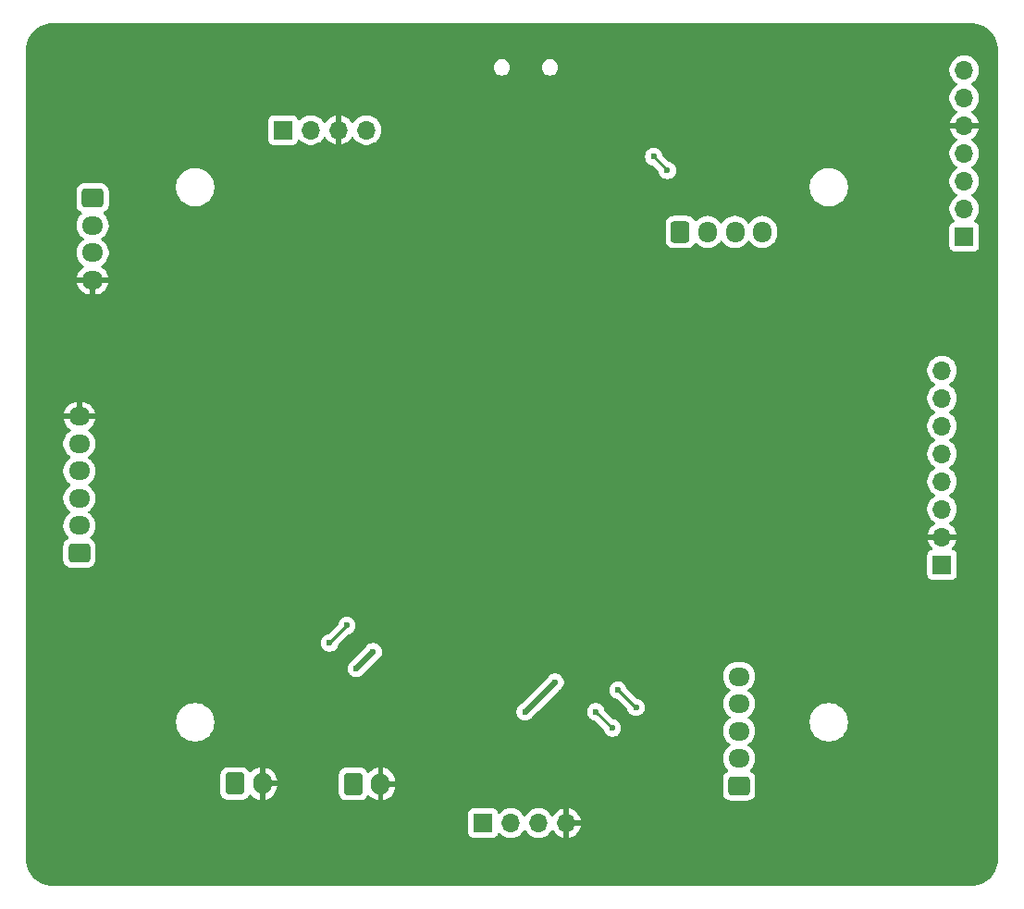
<source format=gbr>
%TF.GenerationSoftware,KiCad,Pcbnew,9.0.1*%
%TF.CreationDate,2025-05-06T13:04:28-06:00*%
%TF.ProjectId,2025_04_STM32F103_RobotBrain,32303235-5f30-4345-9f53-544d33324631,rev?*%
%TF.SameCoordinates,Original*%
%TF.FileFunction,Copper,L2,Bot*%
%TF.FilePolarity,Positive*%
%FSLAX46Y46*%
G04 Gerber Fmt 4.6, Leading zero omitted, Abs format (unit mm)*
G04 Created by KiCad (PCBNEW 9.0.1) date 2025-05-06 13:04:28*
%MOMM*%
%LPD*%
G01*
G04 APERTURE LIST*
G04 Aperture macros list*
%AMRoundRect*
0 Rectangle with rounded corners*
0 $1 Rounding radius*
0 $2 $3 $4 $5 $6 $7 $8 $9 X,Y pos of 4 corners*
0 Add a 4 corners polygon primitive as box body*
4,1,4,$2,$3,$4,$5,$6,$7,$8,$9,$2,$3,0*
0 Add four circle primitives for the rounded corners*
1,1,$1+$1,$2,$3*
1,1,$1+$1,$4,$5*
1,1,$1+$1,$6,$7*
1,1,$1+$1,$8,$9*
0 Add four rect primitives between the rounded corners*
20,1,$1+$1,$2,$3,$4,$5,0*
20,1,$1+$1,$4,$5,$6,$7,0*
20,1,$1+$1,$6,$7,$8,$9,0*
20,1,$1+$1,$8,$9,$2,$3,0*%
G04 Aperture macros list end*
%TA.AperFunction,ComponentPad*%
%ADD10RoundRect,0.250000X-0.600000X-0.750000X0.600000X-0.750000X0.600000X0.750000X-0.600000X0.750000X0*%
%TD*%
%TA.AperFunction,ComponentPad*%
%ADD11O,1.700000X2.000000*%
%TD*%
%TA.AperFunction,ComponentPad*%
%ADD12R,1.700000X1.700000*%
%TD*%
%TA.AperFunction,ComponentPad*%
%ADD13O,1.700000X1.700000*%
%TD*%
%TA.AperFunction,ComponentPad*%
%ADD14RoundRect,0.250000X0.725000X-0.600000X0.725000X0.600000X-0.725000X0.600000X-0.725000X-0.600000X0*%
%TD*%
%TA.AperFunction,ComponentPad*%
%ADD15O,1.950000X1.700000*%
%TD*%
%TA.AperFunction,ComponentPad*%
%ADD16RoundRect,0.250000X-0.725000X0.600000X-0.725000X-0.600000X0.725000X-0.600000X0.725000X0.600000X0*%
%TD*%
%TA.AperFunction,ComponentPad*%
%ADD17RoundRect,0.250000X-0.600000X-0.725000X0.600000X-0.725000X0.600000X0.725000X-0.600000X0.725000X0*%
%TD*%
%TA.AperFunction,ComponentPad*%
%ADD18O,1.700000X1.950000*%
%TD*%
%TA.AperFunction,ViaPad*%
%ADD19C,0.600000*%
%TD*%
%TA.AperFunction,Conductor*%
%ADD20C,0.508000*%
%TD*%
%TA.AperFunction,Conductor*%
%ADD21C,0.254000*%
%TD*%
G04 APERTURE END LIST*
D10*
%TO.P,J6,1,Pin_1*%
%TO.N,+3V3*%
X122580000Y-99900000D03*
D11*
%TO.P,J6,2,Pin_2*%
%TO.N,GND*%
X125080000Y-99900000D03*
%TD*%
D12*
%TO.P,J9,1,Pin_1*%
%TO.N,+3V3*%
X178500000Y-49800000D03*
D13*
%TO.P,J9,2,Pin_2*%
%TO.N,/PS2_SCK*%
X178500000Y-47260000D03*
%TO.P,J9,3,Pin_3*%
%TO.N,unconnected-(J9-Pin_3-Pad3)*%
X178500000Y-44720000D03*
%TO.P,J9,4,Pin_4*%
%TO.N,/PS2_CS*%
X178500000Y-42180000D03*
%TO.P,J9,5,Pin_5*%
%TO.N,GND*%
X178500000Y-39640000D03*
%TO.P,J9,6,Pin_6*%
%TO.N,/PS2_MISO*%
X178500000Y-37100000D03*
%TO.P,J9,7,Pin_7*%
%TO.N,/PS2_MOSI*%
X178500000Y-34560000D03*
%TD*%
D14*
%TO.P,J8,1,Pin_1*%
%TO.N,/E2A*%
X157890000Y-100070000D03*
D15*
%TO.P,J8,2,Pin_2*%
%TO.N,/E2B*%
X157890000Y-97570000D03*
%TO.P,J8,3,Pin_3*%
%TO.N,/E1A*%
X157890000Y-95070000D03*
%TO.P,J8,4,Pin_4*%
%TO.N,/E1B*%
X157890000Y-92570000D03*
%TO.P,J8,5,Pin_5*%
%TO.N,/PWR_ADC*%
X157890000Y-90070000D03*
%TD*%
D12*
%TO.P,J2,1,Pin_1*%
%TO.N,+5V*%
X176465000Y-79835000D03*
D13*
%TO.P,J2,2,Pin_2*%
%TO.N,GND*%
X176465000Y-77295000D03*
%TO.P,J2,3,Pin_3*%
%TO.N,/IMU_I2C_SCL*%
X176465000Y-74755000D03*
%TO.P,J2,4,Pin_4*%
%TO.N,/IMU_I2C_SDA*%
X176465000Y-72215000D03*
%TO.P,J2,5,Pin_5*%
%TO.N,unconnected-(J2-Pin_5-Pad5)*%
X176465000Y-69675000D03*
%TO.P,J2,6,Pin_6*%
%TO.N,unconnected-(J2-Pin_6-Pad6)*%
X176465000Y-67135000D03*
%TO.P,J2,7,Pin_7*%
%TO.N,unconnected-(J2-Pin_7-Pad7)*%
X176465000Y-64595000D03*
%TO.P,J2,8,Pin_8*%
%TO.N,/IMU_INT*%
X176465000Y-62055000D03*
%TD*%
D12*
%TO.P,J4,1,Pin_1*%
%TO.N,+3V3*%
X116160000Y-40040000D03*
D13*
%TO.P,J4,2,Pin_2*%
%TO.N,/SWCLK*%
X118700000Y-40040000D03*
%TO.P,J4,3,Pin_3*%
%TO.N,GND*%
X121240000Y-40040000D03*
%TO.P,J4,4,Pin_4*%
%TO.N,/SWDIO*%
X123780000Y-40040000D03*
%TD*%
D16*
%TO.P,J11,1,Pin_1*%
%TO.N,+3V3*%
X98720000Y-46270000D03*
D15*
%TO.P,J11,2,Pin_2*%
%TO.N,/USER_TX*%
X98720000Y-48770000D03*
%TO.P,J11,3,Pin_3*%
%TO.N,/USER_RX*%
X98720000Y-51270000D03*
%TO.P,J11,4,Pin_4*%
%TO.N,GND*%
X98720000Y-53770000D03*
%TD*%
D12*
%TO.P,J3,1,Pin_1*%
%TO.N,+5V*%
X134460000Y-103485000D03*
D13*
%TO.P,J3,2,Pin_2*%
%TO.N,/ULTRA_TRIG*%
X137000000Y-103485000D03*
%TO.P,J3,3,Pin_3*%
%TO.N,/ULTRA_ECHO*%
X139540000Y-103485000D03*
%TO.P,J3,4,Pin_4*%
%TO.N,GND*%
X142080000Y-103485000D03*
%TD*%
D17*
%TO.P,J7,1,Pin_1*%
%TO.N,/AN2*%
X152510000Y-49370000D03*
D18*
%TO.P,J7,2,Pin_2*%
%TO.N,/AN1*%
X155010000Y-49370000D03*
%TO.P,J7,3,Pin_3*%
%TO.N,/BN2*%
X157510000Y-49370000D03*
%TO.P,J7,4,Pin_4*%
%TO.N,/BN1*%
X160010000Y-49370000D03*
%TD*%
D10*
%TO.P,J5,1,Pin_1*%
%TO.N,+5V*%
X111750000Y-99875000D03*
D11*
%TO.P,J5,2,Pin_2*%
%TO.N,GND*%
X114250000Y-99875000D03*
%TD*%
D14*
%TO.P,J10,1,Pin_1*%
%TO.N,+3V3*%
X97510000Y-78760000D03*
D15*
%TO.P,J10,2,Pin_2*%
%TO.N,/X1*%
X97510000Y-76260000D03*
%TO.P,J10,3,Pin_3*%
%TO.N,/X2*%
X97510000Y-73760000D03*
%TO.P,J10,4,Pin_4*%
%TO.N,/X3*%
X97510000Y-71260000D03*
%TO.P,J10,5,Pin_5*%
%TO.N,/X4*%
X97510000Y-68760000D03*
%TO.P,J10,6,Pin_6*%
%TO.N,GND*%
X97510000Y-66260000D03*
%TD*%
D19*
%TO.N,GND*%
X123350000Y-85550001D03*
X120250000Y-88450001D03*
X123250000Y-90750001D03*
X125800000Y-88200001D03*
%TO.N,+5V*%
X124400000Y-87800001D03*
X122856644Y-89343356D03*
%TO.N,Net-(LED1-DIN)*%
X121993356Y-85406644D03*
X120400000Y-87000001D03*
%TO.N,GND*%
X138950000Y-94650001D03*
X142600000Y-90450001D03*
%TO.N,+3V3*%
X141050000Y-90600001D03*
X138300000Y-93300001D03*
%TO.N,GND*%
X145750000Y-96000001D03*
X143600000Y-93950001D03*
X149600000Y-92250001D03*
X148850000Y-43500000D03*
X135300000Y-31060000D03*
X135310000Y-31970000D03*
X138320000Y-48630000D03*
X101550000Y-104940000D03*
X136780000Y-35480000D03*
X137200000Y-59890000D03*
X135310000Y-36460000D03*
X100250000Y-97140000D03*
X148430000Y-76280000D03*
X133260000Y-70570000D03*
X160490000Y-38990000D03*
X156300000Y-38970000D03*
X135310000Y-75730000D03*
X147400000Y-90200001D03*
X141240000Y-79920000D03*
X116610000Y-74610000D03*
X162820000Y-30550000D03*
X150070000Y-72380000D03*
X174000000Y-92900000D03*
X132070000Y-71580000D03*
X133640000Y-85390000D03*
X141410000Y-36420000D03*
X145110000Y-70690000D03*
X173350000Y-99580000D03*
X152600000Y-42700000D03*
X153880000Y-30560000D03*
X148580000Y-83950000D03*
X135220000Y-88640000D03*
X141420000Y-37150000D03*
X141430000Y-31900000D03*
X141430000Y-31090000D03*
X157700000Y-38950000D03*
X175680000Y-106180000D03*
X148460000Y-78570000D03*
X137960000Y-77270000D03*
X148070000Y-63560000D03*
X148400000Y-32585000D03*
X154100000Y-36200000D03*
X130690000Y-76070000D03*
X133510000Y-59260000D03*
X142390000Y-77290000D03*
X173990000Y-90010000D03*
X142300000Y-74080000D03*
X147470000Y-58420000D03*
X135310000Y-37250000D03*
X147170000Y-41280000D03*
%TO.N,/BL_WAKEUP*%
X151324265Y-43724265D03*
X150075735Y-42475735D03*
%TO.N,/E2A*%
X146806644Y-91306644D03*
X148450000Y-92900001D03*
%TO.N,/E2B*%
X146293354Y-94793358D03*
X144779644Y-93306644D03*
%TD*%
D20*
%TO.N,+5V*%
X124400000Y-87800001D02*
X122856644Y-89343356D01*
D21*
%TO.N,Net-(LED1-DIN)*%
X120400000Y-87000001D02*
X121993356Y-85406644D01*
D20*
%TO.N,+3V3*%
X138350000Y-93300001D02*
X141050000Y-90600001D01*
X138300000Y-93300001D02*
X138350000Y-93300001D01*
D21*
%TO.N,/E2B*%
X144806644Y-93306644D02*
X146293354Y-94793354D01*
X144779644Y-93306644D02*
X144806644Y-93306644D01*
X146293354Y-94793354D02*
X146293354Y-94793358D01*
%TO.N,/E2A*%
X148450000Y-92900001D02*
X148400001Y-92900001D01*
X148400001Y-92900001D02*
X146806644Y-91306644D01*
%TO.N,/BL_WAKEUP*%
X151324265Y-43724265D02*
X150075735Y-42475735D01*
%TD*%
%TA.AperFunction,Conductor*%
%TO.N,GND*%
G36*
X179103736Y-30250727D02*
G01*
X179393796Y-30268272D01*
X179408657Y-30270076D01*
X179690797Y-30321781D01*
X179705334Y-30325364D01*
X179979182Y-30410699D01*
X179993163Y-30416001D01*
X180254732Y-30533724D01*
X180267987Y-30540681D01*
X180513458Y-30689072D01*
X180525776Y-30697574D01*
X180751573Y-30874474D01*
X180762781Y-30884404D01*
X180965595Y-31087219D01*
X180975525Y-31098427D01*
X181152422Y-31324218D01*
X181160928Y-31336541D01*
X181309315Y-31582004D01*
X181316274Y-31595263D01*
X181433996Y-31856832D01*
X181439305Y-31870833D01*
X181524634Y-32144664D01*
X181528218Y-32159202D01*
X181579922Y-32441340D01*
X181581727Y-32456205D01*
X181589097Y-32578033D01*
X181595513Y-32684110D01*
X181599274Y-32746274D01*
X181599500Y-32753761D01*
X181599500Y-106746250D01*
X181599274Y-106753737D01*
X181581728Y-107043795D01*
X181579923Y-107058660D01*
X181528219Y-107340798D01*
X181524635Y-107355336D01*
X181439304Y-107629175D01*
X181433994Y-107643177D01*
X181316277Y-107904731D01*
X181309319Y-107917989D01*
X181160928Y-108163459D01*
X181152422Y-108175782D01*
X180975525Y-108401573D01*
X180965595Y-108412781D01*
X180762781Y-108615596D01*
X180751573Y-108625526D01*
X180525782Y-108802422D01*
X180513458Y-108810928D01*
X180267987Y-108959319D01*
X180254730Y-108966277D01*
X179993176Y-109083994D01*
X179979174Y-109089304D01*
X179705335Y-109174635D01*
X179690797Y-109178219D01*
X179408659Y-109229923D01*
X179393794Y-109231728D01*
X179200701Y-109243408D01*
X179103712Y-109249275D01*
X179096240Y-109249501D01*
X95103752Y-109249501D01*
X95096265Y-109249275D01*
X94806205Y-109231729D01*
X94791340Y-109229924D01*
X94509202Y-109178220D01*
X94494664Y-109174636D01*
X94220832Y-109089307D01*
X94206831Y-109083998D01*
X93945263Y-108966276D01*
X93932004Y-108959317D01*
X93686540Y-108810929D01*
X93674217Y-108802423D01*
X93448426Y-108625527D01*
X93437218Y-108615597D01*
X93234403Y-108412782D01*
X93224473Y-108401574D01*
X93224472Y-108401573D01*
X93047572Y-108175777D01*
X93039074Y-108163466D01*
X92890679Y-107917989D01*
X92883724Y-107904737D01*
X92766001Y-107643168D01*
X92760692Y-107629167D01*
X92752095Y-107601579D01*
X92675362Y-107355335D01*
X92671779Y-107340798D01*
X92620075Y-107058660D01*
X92618270Y-107043795D01*
X92600726Y-106753752D01*
X92600500Y-106746265D01*
X92600500Y-102587135D01*
X133109500Y-102587135D01*
X133109500Y-104382870D01*
X133109501Y-104382876D01*
X133115908Y-104442483D01*
X133166202Y-104577328D01*
X133166206Y-104577335D01*
X133252452Y-104692544D01*
X133252455Y-104692547D01*
X133367664Y-104778793D01*
X133367671Y-104778797D01*
X133502517Y-104829091D01*
X133502516Y-104829091D01*
X133509444Y-104829835D01*
X133562127Y-104835500D01*
X135357872Y-104835499D01*
X135417483Y-104829091D01*
X135552331Y-104778796D01*
X135667546Y-104692546D01*
X135753796Y-104577331D01*
X135802810Y-104445916D01*
X135844681Y-104389984D01*
X135910145Y-104365566D01*
X135978418Y-104380417D01*
X136006673Y-104401569D01*
X136120213Y-104515109D01*
X136292179Y-104640048D01*
X136292181Y-104640049D01*
X136292184Y-104640051D01*
X136481588Y-104736557D01*
X136683757Y-104802246D01*
X136893713Y-104835500D01*
X136893714Y-104835500D01*
X137106286Y-104835500D01*
X137106287Y-104835500D01*
X137316243Y-104802246D01*
X137518412Y-104736557D01*
X137707816Y-104640051D01*
X137794138Y-104577335D01*
X137879786Y-104515109D01*
X137879788Y-104515106D01*
X137879792Y-104515104D01*
X138030104Y-104364792D01*
X138030106Y-104364788D01*
X138030109Y-104364786D01*
X138155048Y-104192820D01*
X138155047Y-104192820D01*
X138155051Y-104192816D01*
X138159514Y-104184054D01*
X138207488Y-104133259D01*
X138275308Y-104116463D01*
X138341444Y-104138999D01*
X138380486Y-104184056D01*
X138384951Y-104192820D01*
X138509890Y-104364786D01*
X138660213Y-104515109D01*
X138832179Y-104640048D01*
X138832181Y-104640049D01*
X138832184Y-104640051D01*
X139021588Y-104736557D01*
X139223757Y-104802246D01*
X139433713Y-104835500D01*
X139433714Y-104835500D01*
X139646286Y-104835500D01*
X139646287Y-104835500D01*
X139856243Y-104802246D01*
X140058412Y-104736557D01*
X140247816Y-104640051D01*
X140334138Y-104577335D01*
X140419786Y-104515109D01*
X140419788Y-104515106D01*
X140419792Y-104515104D01*
X140570104Y-104364792D01*
X140570106Y-104364788D01*
X140570109Y-104364786D01*
X140695048Y-104192820D01*
X140695051Y-104192816D01*
X140699793Y-104183508D01*
X140747763Y-104132711D01*
X140815583Y-104115911D01*
X140881719Y-104138445D01*
X140920763Y-104183500D01*
X140925377Y-104192555D01*
X141050272Y-104364459D01*
X141050276Y-104364464D01*
X141200535Y-104514723D01*
X141200540Y-104514727D01*
X141372442Y-104639620D01*
X141561782Y-104736095D01*
X141763871Y-104801757D01*
X141830000Y-104812231D01*
X141830000Y-103918012D01*
X141887007Y-103950925D01*
X142014174Y-103985000D01*
X142145826Y-103985000D01*
X142272993Y-103950925D01*
X142330000Y-103918012D01*
X142330000Y-104812230D01*
X142396126Y-104801757D01*
X142396129Y-104801757D01*
X142598217Y-104736095D01*
X142787557Y-104639620D01*
X142959459Y-104514727D01*
X142959464Y-104514723D01*
X143109723Y-104364464D01*
X143109727Y-104364459D01*
X143234620Y-104192557D01*
X143331095Y-104003217D01*
X143396757Y-103801129D01*
X143396757Y-103801126D01*
X143407231Y-103735000D01*
X142513012Y-103735000D01*
X142545925Y-103677993D01*
X142580000Y-103550826D01*
X142580000Y-103419174D01*
X142545925Y-103292007D01*
X142513012Y-103235000D01*
X143407231Y-103235000D01*
X143396757Y-103168873D01*
X143396757Y-103168870D01*
X143331095Y-102966782D01*
X143234620Y-102777442D01*
X143109727Y-102605540D01*
X143109723Y-102605535D01*
X142959464Y-102455276D01*
X142959459Y-102455272D01*
X142787557Y-102330379D01*
X142598215Y-102233903D01*
X142396124Y-102168241D01*
X142330000Y-102157768D01*
X142330000Y-103051988D01*
X142272993Y-103019075D01*
X142145826Y-102985000D01*
X142014174Y-102985000D01*
X141887007Y-103019075D01*
X141830000Y-103051988D01*
X141830000Y-102157768D01*
X141829999Y-102157768D01*
X141763875Y-102168241D01*
X141561784Y-102233903D01*
X141372442Y-102330379D01*
X141200540Y-102455272D01*
X141200535Y-102455276D01*
X141050276Y-102605535D01*
X141050272Y-102605540D01*
X140925378Y-102777443D01*
X140920762Y-102786502D01*
X140872784Y-102837295D01*
X140804963Y-102854087D01*
X140738829Y-102831546D01*
X140699794Y-102786493D01*
X140695051Y-102777184D01*
X140695049Y-102777181D01*
X140695048Y-102777179D01*
X140570109Y-102605213D01*
X140419786Y-102454890D01*
X140247820Y-102329951D01*
X140058414Y-102233444D01*
X140058413Y-102233443D01*
X140058412Y-102233443D01*
X139856243Y-102167754D01*
X139856241Y-102167753D01*
X139856240Y-102167753D01*
X139694957Y-102142208D01*
X139646287Y-102134500D01*
X139433713Y-102134500D01*
X139385042Y-102142208D01*
X139223760Y-102167753D01*
X139021585Y-102233444D01*
X138832179Y-102329951D01*
X138660213Y-102454890D01*
X138509890Y-102605213D01*
X138384949Y-102777182D01*
X138380484Y-102785946D01*
X138332509Y-102836742D01*
X138264688Y-102853536D01*
X138198553Y-102830998D01*
X138159516Y-102785946D01*
X138155050Y-102777182D01*
X138030109Y-102605213D01*
X137879786Y-102454890D01*
X137707820Y-102329951D01*
X137518414Y-102233444D01*
X137518413Y-102233443D01*
X137518412Y-102233443D01*
X137316243Y-102167754D01*
X137316241Y-102167753D01*
X137316240Y-102167753D01*
X137154957Y-102142208D01*
X137106287Y-102134500D01*
X136893713Y-102134500D01*
X136845042Y-102142208D01*
X136683760Y-102167753D01*
X136481585Y-102233444D01*
X136292179Y-102329951D01*
X136120215Y-102454889D01*
X136006673Y-102568431D01*
X135945350Y-102601915D01*
X135875658Y-102596931D01*
X135819725Y-102555059D01*
X135802810Y-102524082D01*
X135753797Y-102392671D01*
X135753793Y-102392664D01*
X135667547Y-102277455D01*
X135667544Y-102277452D01*
X135552335Y-102191206D01*
X135552328Y-102191202D01*
X135417482Y-102140908D01*
X135417483Y-102140908D01*
X135357883Y-102134501D01*
X135357881Y-102134500D01*
X135357873Y-102134500D01*
X135357864Y-102134500D01*
X133562129Y-102134500D01*
X133562123Y-102134501D01*
X133502516Y-102140908D01*
X133367671Y-102191202D01*
X133367664Y-102191206D01*
X133252455Y-102277452D01*
X133252452Y-102277455D01*
X133166206Y-102392664D01*
X133166202Y-102392671D01*
X133115908Y-102527517D01*
X133109501Y-102587116D01*
X133109500Y-102587135D01*
X92600500Y-102587135D01*
X92600500Y-99074983D01*
X110399500Y-99074983D01*
X110399500Y-100675001D01*
X110399501Y-100675018D01*
X110410000Y-100777796D01*
X110410001Y-100777799D01*
X110465185Y-100944331D01*
X110465186Y-100944334D01*
X110557288Y-101093656D01*
X110681344Y-101217712D01*
X110830666Y-101309814D01*
X110997203Y-101364999D01*
X111099991Y-101375500D01*
X112400008Y-101375499D01*
X112502797Y-101364999D01*
X112669334Y-101309814D01*
X112818656Y-101217712D01*
X112942712Y-101093656D01*
X113034814Y-100944334D01*
X113034814Y-100944331D01*
X113038448Y-100938441D01*
X113090395Y-100891716D01*
X113159358Y-100880493D01*
X113223440Y-100908336D01*
X113231668Y-100915856D01*
X113370535Y-101054723D01*
X113370540Y-101054727D01*
X113542442Y-101179620D01*
X113731782Y-101276095D01*
X113933871Y-101341757D01*
X114000000Y-101352231D01*
X114000000Y-100308012D01*
X114057007Y-100340925D01*
X114184174Y-100375000D01*
X114315826Y-100375000D01*
X114442993Y-100340925D01*
X114500000Y-100308012D01*
X114500000Y-101352230D01*
X114566126Y-101341757D01*
X114566129Y-101341757D01*
X114768217Y-101276095D01*
X114957557Y-101179620D01*
X115129459Y-101054727D01*
X115129464Y-101054723D01*
X115279723Y-100904464D01*
X115279727Y-100904459D01*
X115404620Y-100732557D01*
X115501095Y-100543217D01*
X115566757Y-100341130D01*
X115566757Y-100341127D01*
X115600000Y-100131246D01*
X115600000Y-100125000D01*
X114683012Y-100125000D01*
X114715925Y-100067993D01*
X114750000Y-99940826D01*
X114750000Y-99809174D01*
X114715925Y-99682007D01*
X114683012Y-99625000D01*
X115600000Y-99625000D01*
X115600000Y-99618753D01*
X115566757Y-99408872D01*
X115566757Y-99408869D01*
X115501094Y-99206780D01*
X115473758Y-99153130D01*
X115473757Y-99153129D01*
X115446677Y-99099983D01*
X121229500Y-99099983D01*
X121229500Y-100700001D01*
X121229501Y-100700018D01*
X121240000Y-100802796D01*
X121240001Y-100802799D01*
X121273690Y-100904464D01*
X121295186Y-100969334D01*
X121387288Y-101118656D01*
X121511344Y-101242712D01*
X121660666Y-101334814D01*
X121827203Y-101389999D01*
X121929991Y-101400500D01*
X123230008Y-101400499D01*
X123332797Y-101389999D01*
X123499334Y-101334814D01*
X123648656Y-101242712D01*
X123772712Y-101118656D01*
X123864814Y-100969334D01*
X123864814Y-100969331D01*
X123868448Y-100963441D01*
X123920395Y-100916716D01*
X123989358Y-100905493D01*
X124053440Y-100933336D01*
X124061668Y-100940856D01*
X124200535Y-101079723D01*
X124200540Y-101079727D01*
X124372442Y-101204620D01*
X124561782Y-101301095D01*
X124763871Y-101366757D01*
X124830000Y-101377231D01*
X124830000Y-100333012D01*
X124887007Y-100365925D01*
X125014174Y-100400000D01*
X125145826Y-100400000D01*
X125272993Y-100365925D01*
X125330000Y-100333012D01*
X125330000Y-101377230D01*
X125396126Y-101366757D01*
X125396129Y-101366757D01*
X125598217Y-101301095D01*
X125787557Y-101204620D01*
X125959459Y-101079727D01*
X125959464Y-101079723D01*
X126109723Y-100929464D01*
X126109727Y-100929459D01*
X126234620Y-100757557D01*
X126331095Y-100568217D01*
X126396757Y-100366130D01*
X126396757Y-100366127D01*
X126430000Y-100156246D01*
X126430000Y-100150000D01*
X125513012Y-100150000D01*
X125545925Y-100092993D01*
X125580000Y-99965826D01*
X125580000Y-99834174D01*
X125545925Y-99707007D01*
X125513012Y-99650000D01*
X126430000Y-99650000D01*
X126430000Y-99643753D01*
X126396757Y-99433872D01*
X126396757Y-99433869D01*
X126331095Y-99231782D01*
X126234620Y-99042442D01*
X126109727Y-98870540D01*
X126109723Y-98870535D01*
X125959464Y-98720276D01*
X125959459Y-98720272D01*
X125787557Y-98595379D01*
X125598215Y-98498903D01*
X125396124Y-98433241D01*
X125330000Y-98422768D01*
X125330000Y-99466988D01*
X125272993Y-99434075D01*
X125145826Y-99400000D01*
X125014174Y-99400000D01*
X124887007Y-99434075D01*
X124830000Y-99466988D01*
X124830000Y-98422768D01*
X124829999Y-98422768D01*
X124763875Y-98433241D01*
X124561784Y-98498903D01*
X124372442Y-98595379D01*
X124200541Y-98720271D01*
X124061668Y-98859144D01*
X124000345Y-98892628D01*
X123930653Y-98887644D01*
X123874720Y-98845772D01*
X123868448Y-98836558D01*
X123799670Y-98725051D01*
X123772712Y-98681344D01*
X123648656Y-98557288D01*
X123499334Y-98465186D01*
X123332797Y-98410001D01*
X123332795Y-98410000D01*
X123230010Y-98399500D01*
X121929998Y-98399500D01*
X121929981Y-98399501D01*
X121827203Y-98410000D01*
X121827200Y-98410001D01*
X121660668Y-98465185D01*
X121660663Y-98465187D01*
X121511342Y-98557289D01*
X121387289Y-98681342D01*
X121295187Y-98830663D01*
X121295185Y-98830668D01*
X121276305Y-98887644D01*
X121240001Y-98997203D01*
X121240001Y-98997204D01*
X121240000Y-98997204D01*
X121229500Y-99099983D01*
X115446677Y-99099983D01*
X115404620Y-99017442D01*
X115279727Y-98845540D01*
X115279723Y-98845535D01*
X115129464Y-98695276D01*
X115129459Y-98695272D01*
X114957557Y-98570379D01*
X114768215Y-98473903D01*
X114566124Y-98408241D01*
X114500000Y-98397768D01*
X114500000Y-99441988D01*
X114442993Y-99409075D01*
X114315826Y-99375000D01*
X114184174Y-99375000D01*
X114057007Y-99409075D01*
X114000000Y-99441988D01*
X114000000Y-98397768D01*
X113999999Y-98397768D01*
X113933875Y-98408241D01*
X113731784Y-98473903D01*
X113542442Y-98570379D01*
X113370541Y-98695271D01*
X113231668Y-98834144D01*
X113170345Y-98867628D01*
X113100653Y-98862644D01*
X113044720Y-98820772D01*
X113038448Y-98811558D01*
X112985272Y-98725346D01*
X112942712Y-98656344D01*
X112818656Y-98532288D01*
X112669334Y-98440186D01*
X112502797Y-98385001D01*
X112502795Y-98385000D01*
X112400010Y-98374500D01*
X111099998Y-98374500D01*
X111099981Y-98374501D01*
X110997203Y-98385000D01*
X110997200Y-98385001D01*
X110830668Y-98440185D01*
X110830663Y-98440187D01*
X110681342Y-98532289D01*
X110557289Y-98656342D01*
X110465187Y-98805663D01*
X110465185Y-98805668D01*
X110443689Y-98870540D01*
X110410001Y-98972203D01*
X110410001Y-98972204D01*
X110410000Y-98972204D01*
X110399500Y-99074983D01*
X92600500Y-99074983D01*
X92600500Y-94135259D01*
X106349500Y-94135259D01*
X106349500Y-94364742D01*
X106374100Y-94551585D01*
X106379452Y-94592239D01*
X106412215Y-94714513D01*
X106438842Y-94813888D01*
X106526650Y-95025877D01*
X106526656Y-95025889D01*
X106613487Y-95176286D01*
X106641392Y-95224618D01*
X106781081Y-95406662D01*
X106781089Y-95406671D01*
X106943330Y-95568912D01*
X106943338Y-95568919D01*
X107125382Y-95708608D01*
X107125385Y-95708609D01*
X107125388Y-95708612D01*
X107324112Y-95823345D01*
X107324117Y-95823347D01*
X107324123Y-95823350D01*
X107415480Y-95861191D01*
X107536113Y-95911159D01*
X107757762Y-95970549D01*
X107985266Y-96000501D01*
X107985273Y-96000501D01*
X108214727Y-96000501D01*
X108214734Y-96000501D01*
X108442238Y-95970549D01*
X108663887Y-95911159D01*
X108875888Y-95823345D01*
X109074612Y-95708612D01*
X109256661Y-95568920D01*
X109256665Y-95568915D01*
X109256670Y-95568912D01*
X109418911Y-95406671D01*
X109418914Y-95406666D01*
X109418919Y-95406662D01*
X109558611Y-95224613D01*
X109673344Y-95025889D01*
X109761158Y-94813888D01*
X109820548Y-94592239D01*
X109850500Y-94364735D01*
X109850500Y-94135267D01*
X109820548Y-93907763D01*
X109761158Y-93686114D01*
X109711190Y-93565481D01*
X109673349Y-93474124D01*
X109673346Y-93474118D01*
X109673344Y-93474113D01*
X109558611Y-93275389D01*
X109516995Y-93221154D01*
X137499500Y-93221154D01*
X137499500Y-93378847D01*
X137530261Y-93533490D01*
X137530264Y-93533502D01*
X137590602Y-93679173D01*
X137590609Y-93679186D01*
X137678210Y-93810289D01*
X137678213Y-93810293D01*
X137789707Y-93921787D01*
X137789711Y-93921790D01*
X137920814Y-94009391D01*
X137920827Y-94009398D01*
X137994457Y-94039896D01*
X138066503Y-94069738D01*
X138221153Y-94100500D01*
X138221156Y-94100501D01*
X138221158Y-94100501D01*
X138378844Y-94100501D01*
X138378845Y-94100500D01*
X138533497Y-94069738D01*
X138679179Y-94009395D01*
X138810289Y-93921790D01*
X138921789Y-93810290D01*
X138945320Y-93775071D01*
X138960732Y-93756291D01*
X139489226Y-93227797D01*
X143979144Y-93227797D01*
X143979144Y-93385490D01*
X144009905Y-93540133D01*
X144009908Y-93540145D01*
X144070246Y-93685816D01*
X144070253Y-93685829D01*
X144157854Y-93816932D01*
X144157857Y-93816936D01*
X144269351Y-93928430D01*
X144269355Y-93928433D01*
X144400458Y-94016034D01*
X144400471Y-94016041D01*
X144546142Y-94076379D01*
X144546147Y-94076381D01*
X144602916Y-94087673D01*
X144687532Y-94104505D01*
X144749443Y-94136890D01*
X144751022Y-94138441D01*
X145468260Y-94855679D01*
X145501745Y-94917002D01*
X145502196Y-94919168D01*
X145523615Y-95026849D01*
X145523618Y-95026859D01*
X145583956Y-95172530D01*
X145583963Y-95172543D01*
X145671564Y-95303646D01*
X145671567Y-95303650D01*
X145783061Y-95415144D01*
X145783065Y-95415147D01*
X145914168Y-95502748D01*
X145914181Y-95502755D01*
X146059852Y-95563093D01*
X146059857Y-95563095D01*
X146214507Y-95593857D01*
X146214510Y-95593858D01*
X146214512Y-95593858D01*
X146372198Y-95593858D01*
X146372199Y-95593857D01*
X146526851Y-95563095D01*
X146672533Y-95502752D01*
X146803643Y-95415147D01*
X146915143Y-95303647D01*
X147002748Y-95172537D01*
X147063091Y-95026855D01*
X147093854Y-94872200D01*
X147093854Y-94714516D01*
X147093854Y-94714513D01*
X147093853Y-94714511D01*
X147069531Y-94592239D01*
X147063091Y-94559861D01*
X147024863Y-94467569D01*
X147002751Y-94414185D01*
X147002744Y-94414172D01*
X146915143Y-94283069D01*
X146915140Y-94283065D01*
X146803646Y-94171571D01*
X146803642Y-94171568D01*
X146672539Y-94083967D01*
X146672526Y-94083960D01*
X146526855Y-94023622D01*
X146526845Y-94023619D01*
X146419174Y-94002202D01*
X146357263Y-93969817D01*
X146355685Y-93968266D01*
X145598031Y-93210612D01*
X145564546Y-93149289D01*
X145564123Y-93147260D01*
X145549381Y-93073147D01*
X145510320Y-92978845D01*
X145489041Y-92927471D01*
X145489034Y-92927458D01*
X145401433Y-92796355D01*
X145401430Y-92796351D01*
X145289936Y-92684857D01*
X145289932Y-92684854D01*
X145158829Y-92597253D01*
X145158816Y-92597246D01*
X145013145Y-92536908D01*
X145013133Y-92536905D01*
X144858489Y-92506144D01*
X144858486Y-92506144D01*
X144700802Y-92506144D01*
X144700799Y-92506144D01*
X144546154Y-92536905D01*
X144546142Y-92536908D01*
X144400471Y-92597246D01*
X144400458Y-92597253D01*
X144269355Y-92684854D01*
X144269351Y-92684857D01*
X144157857Y-92796351D01*
X144157854Y-92796355D01*
X144070253Y-92927458D01*
X144070246Y-92927471D01*
X144009908Y-93073142D01*
X144009905Y-93073154D01*
X143979144Y-93227797D01*
X139489226Y-93227797D01*
X141374953Y-91342070D01*
X141415176Y-91315194D01*
X141429179Y-91309395D01*
X141551299Y-91227797D01*
X146006144Y-91227797D01*
X146006144Y-91385490D01*
X146036905Y-91540133D01*
X146036908Y-91540145D01*
X146097246Y-91685816D01*
X146097253Y-91685829D01*
X146184854Y-91816932D01*
X146184857Y-91816936D01*
X146296351Y-91928430D01*
X146296355Y-91928433D01*
X146427458Y-92016034D01*
X146427471Y-92016041D01*
X146495605Y-92044262D01*
X146573147Y-92076381D01*
X146680829Y-92097800D01*
X146742736Y-92130183D01*
X146744316Y-92131735D01*
X147637322Y-93024741D01*
X147670807Y-93086064D01*
X147671258Y-93088230D01*
X147680261Y-93133492D01*
X147680264Y-93133502D01*
X147740602Y-93279173D01*
X147740609Y-93279186D01*
X147828210Y-93410289D01*
X147828213Y-93410293D01*
X147939707Y-93521787D01*
X147939711Y-93521790D01*
X148070814Y-93609391D01*
X148070827Y-93609398D01*
X148216498Y-93669736D01*
X148216503Y-93669738D01*
X148371153Y-93700500D01*
X148371156Y-93700501D01*
X148371158Y-93700501D01*
X148528844Y-93700501D01*
X148528845Y-93700500D01*
X148683497Y-93669738D01*
X148829179Y-93609395D01*
X148960289Y-93521790D01*
X149071789Y-93410290D01*
X149159394Y-93279180D01*
X149160271Y-93277064D01*
X149183429Y-93221154D01*
X149219737Y-93133498D01*
X149250500Y-92978843D01*
X149250500Y-92821159D01*
X149250500Y-92821156D01*
X149250499Y-92821154D01*
X149244579Y-92791393D01*
X149219737Y-92666504D01*
X149191053Y-92597253D01*
X149159397Y-92520828D01*
X149159390Y-92520815D01*
X149071789Y-92389712D01*
X149071786Y-92389708D01*
X148960292Y-92278214D01*
X148960288Y-92278211D01*
X148829185Y-92190610D01*
X148829172Y-92190603D01*
X148683501Y-92130265D01*
X148683489Y-92130262D01*
X148528840Y-92099500D01*
X148526486Y-92099268D01*
X148525332Y-92098802D01*
X148522868Y-92098312D01*
X148522961Y-92097844D01*
X148461700Y-92073104D01*
X148450966Y-92063547D01*
X147631735Y-91244316D01*
X147598250Y-91182993D01*
X147597827Y-91180967D01*
X147576381Y-91073147D01*
X147561295Y-91036726D01*
X147516041Y-90927471D01*
X147516034Y-90927458D01*
X147428433Y-90796355D01*
X147428430Y-90796351D01*
X147316936Y-90684857D01*
X147316932Y-90684854D01*
X147185829Y-90597253D01*
X147185816Y-90597246D01*
X147040145Y-90536908D01*
X147040133Y-90536905D01*
X146885489Y-90506144D01*
X146885486Y-90506144D01*
X146727802Y-90506144D01*
X146727799Y-90506144D01*
X146573154Y-90536905D01*
X146573142Y-90536908D01*
X146427471Y-90597246D01*
X146427458Y-90597253D01*
X146296355Y-90684854D01*
X146296351Y-90684857D01*
X146184857Y-90796351D01*
X146184854Y-90796355D01*
X146097253Y-90927458D01*
X146097246Y-90927471D01*
X146036908Y-91073142D01*
X146036905Y-91073154D01*
X146006144Y-91227797D01*
X141551299Y-91227797D01*
X141560289Y-91221790D01*
X141601254Y-91180825D01*
X141648051Y-91134029D01*
X141671786Y-91110293D01*
X141671789Y-91110290D01*
X141759394Y-90979180D01*
X141819737Y-90833498D01*
X141850500Y-90678843D01*
X141850500Y-90521159D01*
X141850500Y-90521156D01*
X141850499Y-90521154D01*
X141823663Y-90386243D01*
X141819737Y-90366504D01*
X141781855Y-90275048D01*
X141759397Y-90220828D01*
X141759390Y-90220815D01*
X141671789Y-90089712D01*
X141671786Y-90089708D01*
X141560292Y-89978214D01*
X141560288Y-89978211D01*
X141538590Y-89963713D01*
X156414500Y-89963713D01*
X156414500Y-90176286D01*
X156444628Y-90366511D01*
X156447754Y-90386243D01*
X156496708Y-90536908D01*
X156513444Y-90588414D01*
X156609951Y-90777820D01*
X156734890Y-90949786D01*
X156885209Y-91100105D01*
X156885214Y-91100109D01*
X157049793Y-91219682D01*
X157092459Y-91275011D01*
X157098438Y-91344625D01*
X157065833Y-91406420D01*
X157049793Y-91420318D01*
X156885214Y-91539890D01*
X156885209Y-91539894D01*
X156734890Y-91690213D01*
X156609951Y-91862179D01*
X156513444Y-92051585D01*
X156513443Y-92051587D01*
X156513443Y-92051588D01*
X156487879Y-92130265D01*
X156447753Y-92253760D01*
X156443880Y-92278214D01*
X156414500Y-92463713D01*
X156414500Y-92676287D01*
X156424534Y-92739644D01*
X156437445Y-92821159D01*
X156447754Y-92886243D01*
X156508485Y-93073154D01*
X156513444Y-93088414D01*
X156609951Y-93277820D01*
X156734890Y-93449786D01*
X156885209Y-93600105D01*
X156885214Y-93600109D01*
X157049793Y-93719682D01*
X157092459Y-93775011D01*
X157098438Y-93844625D01*
X157065833Y-93906420D01*
X157049793Y-93920318D01*
X156885214Y-94039890D01*
X156885209Y-94039894D01*
X156734890Y-94190213D01*
X156609951Y-94362179D01*
X156513444Y-94551585D01*
X156447753Y-94753760D01*
X156427398Y-94882277D01*
X156414500Y-94963713D01*
X156414500Y-95176287D01*
X156447754Y-95386243D01*
X156507109Y-95568919D01*
X156513444Y-95588414D01*
X156609951Y-95777820D01*
X156734890Y-95949786D01*
X156885209Y-96100105D01*
X156885214Y-96100109D01*
X157049793Y-96219682D01*
X157092459Y-96275011D01*
X157098438Y-96344625D01*
X157065833Y-96406420D01*
X157049793Y-96420318D01*
X156885214Y-96539890D01*
X156885209Y-96539894D01*
X156734890Y-96690213D01*
X156609951Y-96862179D01*
X156513444Y-97051585D01*
X156447753Y-97253760D01*
X156414500Y-97463713D01*
X156414500Y-97676286D01*
X156447753Y-97886239D01*
X156513444Y-98088414D01*
X156609951Y-98277820D01*
X156734890Y-98449786D01*
X156873705Y-98588601D01*
X156907190Y-98649924D01*
X156902206Y-98719616D01*
X156860334Y-98775549D01*
X156851121Y-98781821D01*
X156696342Y-98877289D01*
X156572289Y-99001342D01*
X156480187Y-99150663D01*
X156480185Y-99150668D01*
X156461592Y-99206780D01*
X156425001Y-99317203D01*
X156425001Y-99317204D01*
X156425000Y-99317204D01*
X156414500Y-99419983D01*
X156414500Y-100720001D01*
X156414501Y-100720018D01*
X156425000Y-100822796D01*
X156425001Y-100822799D01*
X156464122Y-100940856D01*
X156480186Y-100989334D01*
X156572288Y-101138656D01*
X156696344Y-101262712D01*
X156845666Y-101354814D01*
X157012203Y-101409999D01*
X157114991Y-101420500D01*
X158665008Y-101420499D01*
X158767797Y-101409999D01*
X158934334Y-101354814D01*
X159083656Y-101262712D01*
X159207712Y-101138656D01*
X159299814Y-100989334D01*
X159354999Y-100822797D01*
X159365500Y-100720009D01*
X159365499Y-99419992D01*
X159354999Y-99317203D01*
X159299814Y-99150666D01*
X159207712Y-99001344D01*
X159083656Y-98877288D01*
X158934334Y-98785186D01*
X158934333Y-98785185D01*
X158928878Y-98781821D01*
X158882154Y-98729873D01*
X158870931Y-98660910D01*
X158898775Y-98596828D01*
X158906272Y-98588623D01*
X159045104Y-98449792D01*
X159052083Y-98440187D01*
X159170048Y-98277820D01*
X159170047Y-98277820D01*
X159170051Y-98277816D01*
X159266557Y-98088412D01*
X159332246Y-97886243D01*
X159365500Y-97676287D01*
X159365500Y-97463713D01*
X159332246Y-97253757D01*
X159266557Y-97051588D01*
X159170051Y-96862184D01*
X159170049Y-96862181D01*
X159170048Y-96862179D01*
X159045109Y-96690213D01*
X158894792Y-96539896D01*
X158894784Y-96539890D01*
X158730204Y-96420316D01*
X158687540Y-96364989D01*
X158681561Y-96295376D01*
X158714166Y-96233580D01*
X158730199Y-96219686D01*
X158894792Y-96100104D01*
X159045104Y-95949792D01*
X159045106Y-95949788D01*
X159045109Y-95949786D01*
X159170048Y-95777820D01*
X159170047Y-95777820D01*
X159170051Y-95777816D01*
X159266557Y-95588412D01*
X159332246Y-95386243D01*
X159365500Y-95176287D01*
X159365500Y-94963713D01*
X159332246Y-94753757D01*
X159266557Y-94551588D01*
X159170051Y-94362184D01*
X159170049Y-94362181D01*
X159170048Y-94362179D01*
X159055193Y-94204093D01*
X159045109Y-94190214D01*
X159045105Y-94190209D01*
X158990155Y-94135259D01*
X164349500Y-94135259D01*
X164349500Y-94364742D01*
X164374100Y-94551585D01*
X164379452Y-94592239D01*
X164412215Y-94714513D01*
X164438842Y-94813888D01*
X164526650Y-95025877D01*
X164526656Y-95025889D01*
X164613487Y-95176286D01*
X164641392Y-95224618D01*
X164781081Y-95406662D01*
X164781089Y-95406671D01*
X164943330Y-95568912D01*
X164943338Y-95568919D01*
X165125382Y-95708608D01*
X165125385Y-95708609D01*
X165125388Y-95708612D01*
X165324112Y-95823345D01*
X165324117Y-95823347D01*
X165324123Y-95823350D01*
X165415480Y-95861191D01*
X165536113Y-95911159D01*
X165757762Y-95970549D01*
X165985266Y-96000501D01*
X165985273Y-96000501D01*
X166214727Y-96000501D01*
X166214734Y-96000501D01*
X166442238Y-95970549D01*
X166663887Y-95911159D01*
X166875888Y-95823345D01*
X167074612Y-95708612D01*
X167256661Y-95568920D01*
X167256665Y-95568915D01*
X167256670Y-95568912D01*
X167418911Y-95406671D01*
X167418914Y-95406666D01*
X167418919Y-95406662D01*
X167558611Y-95224613D01*
X167673344Y-95025889D01*
X167761158Y-94813888D01*
X167820548Y-94592239D01*
X167850500Y-94364735D01*
X167850500Y-94135267D01*
X167820548Y-93907763D01*
X167761158Y-93686114D01*
X167711190Y-93565481D01*
X167673349Y-93474124D01*
X167673346Y-93474118D01*
X167673344Y-93474113D01*
X167558611Y-93275389D01*
X167558608Y-93275386D01*
X167558607Y-93275383D01*
X167449737Y-93133502D01*
X167418919Y-93093340D01*
X167418918Y-93093339D01*
X167418911Y-93093331D01*
X167256670Y-92931090D01*
X167256661Y-92931082D01*
X167074617Y-92791393D01*
X167071705Y-92789712D01*
X166890091Y-92684857D01*
X166875890Y-92676658D01*
X166875876Y-92676651D01*
X166663887Y-92588843D01*
X166442238Y-92529453D01*
X166404215Y-92524447D01*
X166214741Y-92499501D01*
X166214734Y-92499501D01*
X165985266Y-92499501D01*
X165985258Y-92499501D01*
X165768715Y-92528010D01*
X165757762Y-92529453D01*
X165718344Y-92540015D01*
X165536112Y-92588843D01*
X165324123Y-92676651D01*
X165324109Y-92676658D01*
X165125382Y-92791393D01*
X164943338Y-92931082D01*
X164781081Y-93093339D01*
X164641392Y-93275383D01*
X164526657Y-93474110D01*
X164526650Y-93474124D01*
X164438842Y-93686113D01*
X164379453Y-93907760D01*
X164379451Y-93907771D01*
X164349500Y-94135259D01*
X158990155Y-94135259D01*
X158894792Y-94039896D01*
X158884520Y-94032433D01*
X158730204Y-93920316D01*
X158687540Y-93864989D01*
X158681561Y-93795376D01*
X158714166Y-93733580D01*
X158730199Y-93719686D01*
X158894792Y-93600104D01*
X159045104Y-93449792D01*
X159045106Y-93449788D01*
X159045109Y-93449786D01*
X159170048Y-93277820D01*
X159170047Y-93277820D01*
X159170051Y-93277816D01*
X159266557Y-93088412D01*
X159332246Y-92886243D01*
X159365500Y-92676287D01*
X159365500Y-92463713D01*
X159332246Y-92253757D01*
X159266557Y-92051588D01*
X159170051Y-91862184D01*
X159170049Y-91862181D01*
X159170048Y-91862179D01*
X159045109Y-91690213D01*
X158894792Y-91539896D01*
X158894784Y-91539890D01*
X158730204Y-91420316D01*
X158687540Y-91364989D01*
X158681561Y-91295376D01*
X158714166Y-91233580D01*
X158730199Y-91219686D01*
X158894792Y-91100104D01*
X159045104Y-90949792D01*
X159045106Y-90949788D01*
X159045109Y-90949786D01*
X159170048Y-90777820D01*
X159170047Y-90777820D01*
X159170051Y-90777816D01*
X159266557Y-90588412D01*
X159332246Y-90386243D01*
X159365500Y-90176287D01*
X159365500Y-89963713D01*
X159332246Y-89753757D01*
X159266557Y-89551588D01*
X159170051Y-89362184D01*
X159170049Y-89362181D01*
X159170048Y-89362179D01*
X159045109Y-89190213D01*
X158894786Y-89039890D01*
X158722820Y-88914951D01*
X158533414Y-88818444D01*
X158533413Y-88818443D01*
X158533412Y-88818443D01*
X158331243Y-88752754D01*
X158331241Y-88752753D01*
X158331240Y-88752753D01*
X158169957Y-88727208D01*
X158121287Y-88719500D01*
X157658713Y-88719500D01*
X157610042Y-88727208D01*
X157448760Y-88752753D01*
X157246585Y-88818444D01*
X157057179Y-88914951D01*
X156885213Y-89039890D01*
X156734890Y-89190213D01*
X156609951Y-89362179D01*
X156513444Y-89551585D01*
X156447753Y-89753760D01*
X156414500Y-89963713D01*
X141538590Y-89963713D01*
X141429185Y-89890610D01*
X141429172Y-89890603D01*
X141283501Y-89830265D01*
X141283489Y-89830262D01*
X141128845Y-89799501D01*
X141128842Y-89799501D01*
X140971158Y-89799501D01*
X140971155Y-89799501D01*
X140816510Y-89830262D01*
X140816498Y-89830265D01*
X140670827Y-89890603D01*
X140670814Y-89890610D01*
X140539711Y-89978211D01*
X140539707Y-89978214D01*
X140428213Y-90089708D01*
X140428207Y-90089716D01*
X140340607Y-90220818D01*
X140334805Y-90234826D01*
X140307927Y-90275048D01*
X138060401Y-92522573D01*
X138020174Y-92549453D01*
X137920820Y-92590607D01*
X137920814Y-92590610D01*
X137789713Y-92678210D01*
X137789707Y-92678214D01*
X137678213Y-92789708D01*
X137678210Y-92789712D01*
X137590609Y-92920815D01*
X137590602Y-92920828D01*
X137530264Y-93066499D01*
X137530261Y-93066511D01*
X137499500Y-93221154D01*
X109516995Y-93221154D01*
X109418919Y-93093340D01*
X109418918Y-93093339D01*
X109418911Y-93093331D01*
X109256670Y-92931090D01*
X109256661Y-92931082D01*
X109074617Y-92791393D01*
X109071705Y-92789712D01*
X108890091Y-92684857D01*
X108875890Y-92676658D01*
X108875876Y-92676651D01*
X108663887Y-92588843D01*
X108442238Y-92529453D01*
X108404215Y-92524447D01*
X108214741Y-92499501D01*
X108214734Y-92499501D01*
X107985266Y-92499501D01*
X107985258Y-92499501D01*
X107768715Y-92528010D01*
X107757762Y-92529453D01*
X107718344Y-92540015D01*
X107536112Y-92588843D01*
X107324123Y-92676651D01*
X107324109Y-92676658D01*
X107125382Y-92791393D01*
X106943338Y-92931082D01*
X106781081Y-93093339D01*
X106641392Y-93275383D01*
X106526657Y-93474110D01*
X106526650Y-93474124D01*
X106438842Y-93686113D01*
X106379453Y-93907760D01*
X106379451Y-93907771D01*
X106349500Y-94135259D01*
X92600500Y-94135259D01*
X92600500Y-89264509D01*
X122056144Y-89264509D01*
X122056144Y-89422202D01*
X122086905Y-89576845D01*
X122086908Y-89576857D01*
X122147246Y-89722528D01*
X122147253Y-89722541D01*
X122234854Y-89853644D01*
X122234857Y-89853648D01*
X122346351Y-89965142D01*
X122346355Y-89965145D01*
X122477458Y-90052746D01*
X122477471Y-90052753D01*
X122566709Y-90089716D01*
X122623147Y-90113093D01*
X122777797Y-90143855D01*
X122777800Y-90143856D01*
X122777802Y-90143856D01*
X122935488Y-90143856D01*
X122935489Y-90143855D01*
X123090141Y-90113093D01*
X123235823Y-90052750D01*
X123366933Y-89965145D01*
X123478433Y-89853645D01*
X123566038Y-89722535D01*
X123571837Y-89708534D01*
X123598713Y-89668310D01*
X124724953Y-88542070D01*
X124765176Y-88515194D01*
X124779179Y-88509395D01*
X124910289Y-88421790D01*
X125021789Y-88310290D01*
X125109394Y-88179180D01*
X125169737Y-88033498D01*
X125200500Y-87878843D01*
X125200500Y-87721159D01*
X125200500Y-87721156D01*
X125200499Y-87721154D01*
X125180734Y-87621790D01*
X125169737Y-87566504D01*
X125131854Y-87475046D01*
X125109397Y-87420828D01*
X125109390Y-87420815D01*
X125021789Y-87289712D01*
X125021786Y-87289708D01*
X124910292Y-87178214D01*
X124910288Y-87178211D01*
X124779185Y-87090610D01*
X124779172Y-87090603D01*
X124633501Y-87030265D01*
X124633489Y-87030262D01*
X124478845Y-86999501D01*
X124478842Y-86999501D01*
X124321158Y-86999501D01*
X124321155Y-86999501D01*
X124166510Y-87030262D01*
X124166498Y-87030265D01*
X124020827Y-87090603D01*
X124020814Y-87090610D01*
X123889711Y-87178211D01*
X123889707Y-87178214D01*
X123778213Y-87289708D01*
X123778207Y-87289716D01*
X123690607Y-87420819D01*
X123690606Y-87420820D01*
X123684806Y-87434823D01*
X123657928Y-87475046D01*
X122531691Y-88601283D01*
X122491469Y-88628161D01*
X122477461Y-88633963D01*
X122346359Y-88721563D01*
X122346351Y-88721569D01*
X122234857Y-88833063D01*
X122234854Y-88833067D01*
X122147253Y-88964170D01*
X122147246Y-88964183D01*
X122086908Y-89109854D01*
X122086905Y-89109866D01*
X122056144Y-89264509D01*
X92600500Y-89264509D01*
X92600500Y-86921154D01*
X119599500Y-86921154D01*
X119599500Y-87078847D01*
X119630261Y-87233490D01*
X119630264Y-87233502D01*
X119690602Y-87379173D01*
X119690609Y-87379186D01*
X119778210Y-87510289D01*
X119778213Y-87510293D01*
X119889707Y-87621787D01*
X119889711Y-87621790D01*
X120020814Y-87709391D01*
X120020827Y-87709398D01*
X120166498Y-87769736D01*
X120166503Y-87769738D01*
X120321153Y-87800500D01*
X120321156Y-87800501D01*
X120321158Y-87800501D01*
X120478844Y-87800501D01*
X120478845Y-87800500D01*
X120633497Y-87769738D01*
X120779179Y-87709395D01*
X120910289Y-87621790D01*
X121021789Y-87510290D01*
X121109394Y-87379180D01*
X121169737Y-87233498D01*
X121191156Y-87125813D01*
X121223539Y-87063907D01*
X121225037Y-87062381D01*
X122055684Y-86231733D01*
X122117005Y-86198250D01*
X122119004Y-86197833D01*
X122226853Y-86176381D01*
X122372535Y-86116038D01*
X122503645Y-86028433D01*
X122615145Y-85916933D01*
X122702750Y-85785823D01*
X122763093Y-85640141D01*
X122793856Y-85485486D01*
X122793856Y-85327802D01*
X122793856Y-85327799D01*
X122793855Y-85327797D01*
X122763094Y-85173154D01*
X122763094Y-85173152D01*
X122763093Y-85173147D01*
X122763091Y-85173142D01*
X122702753Y-85027471D01*
X122702746Y-85027458D01*
X122615145Y-84896355D01*
X122615142Y-84896351D01*
X122503648Y-84784857D01*
X122503644Y-84784854D01*
X122372541Y-84697253D01*
X122372528Y-84697246D01*
X122226857Y-84636908D01*
X122226845Y-84636905D01*
X122072201Y-84606144D01*
X122072198Y-84606144D01*
X121914514Y-84606144D01*
X121914511Y-84606144D01*
X121759866Y-84636905D01*
X121759854Y-84636908D01*
X121614183Y-84697246D01*
X121614170Y-84697253D01*
X121483067Y-84784854D01*
X121483063Y-84784857D01*
X121371569Y-84896351D01*
X121371566Y-84896355D01*
X121283965Y-85027458D01*
X121283958Y-85027471D01*
X121223620Y-85173142D01*
X121223617Y-85173152D01*
X121202199Y-85280827D01*
X121169814Y-85342738D01*
X121168263Y-85344316D01*
X120337672Y-86174908D01*
X120276349Y-86208393D01*
X120274183Y-86208844D01*
X120166508Y-86230262D01*
X120166498Y-86230265D01*
X120020827Y-86290603D01*
X120020814Y-86290610D01*
X119889711Y-86378211D01*
X119889707Y-86378214D01*
X119778213Y-86489708D01*
X119778210Y-86489712D01*
X119690609Y-86620815D01*
X119690602Y-86620828D01*
X119630264Y-86766499D01*
X119630261Y-86766511D01*
X119599500Y-86921154D01*
X92600500Y-86921154D01*
X92600500Y-68653713D01*
X96034500Y-68653713D01*
X96034500Y-68866286D01*
X96067753Y-69076239D01*
X96133444Y-69278414D01*
X96229951Y-69467820D01*
X96354890Y-69639786D01*
X96505209Y-69790105D01*
X96505214Y-69790109D01*
X96669793Y-69909682D01*
X96712459Y-69965011D01*
X96718438Y-70034625D01*
X96685833Y-70096420D01*
X96669793Y-70110318D01*
X96505214Y-70229890D01*
X96505209Y-70229894D01*
X96354890Y-70380213D01*
X96229951Y-70552179D01*
X96133444Y-70741585D01*
X96067753Y-70943760D01*
X96034500Y-71153713D01*
X96034500Y-71366286D01*
X96067753Y-71576239D01*
X96133444Y-71778414D01*
X96229951Y-71967820D01*
X96354890Y-72139786D01*
X96505209Y-72290105D01*
X96505214Y-72290109D01*
X96669793Y-72409682D01*
X96712459Y-72465011D01*
X96718438Y-72534625D01*
X96685833Y-72596420D01*
X96669793Y-72610318D01*
X96505214Y-72729890D01*
X96505209Y-72729894D01*
X96354890Y-72880213D01*
X96229951Y-73052179D01*
X96133444Y-73241585D01*
X96067753Y-73443760D01*
X96034500Y-73653713D01*
X96034500Y-73866286D01*
X96063150Y-74047179D01*
X96067754Y-74076243D01*
X96119853Y-74236588D01*
X96133444Y-74278414D01*
X96229951Y-74467820D01*
X96354890Y-74639786D01*
X96505209Y-74790105D01*
X96505214Y-74790109D01*
X96669793Y-74909682D01*
X96712459Y-74965011D01*
X96718438Y-75034625D01*
X96685833Y-75096420D01*
X96669793Y-75110318D01*
X96505214Y-75229890D01*
X96505209Y-75229894D01*
X96354890Y-75380213D01*
X96229951Y-75552179D01*
X96133444Y-75741585D01*
X96067753Y-75943760D01*
X96042136Y-76105500D01*
X96034500Y-76153713D01*
X96034500Y-76366287D01*
X96067754Y-76576243D01*
X96132913Y-76776782D01*
X96133444Y-76778414D01*
X96229951Y-76967820D01*
X96354890Y-77139786D01*
X96493705Y-77278601D01*
X96527190Y-77339924D01*
X96522206Y-77409616D01*
X96480334Y-77465549D01*
X96471121Y-77471821D01*
X96316342Y-77567289D01*
X96192289Y-77691342D01*
X96100187Y-77840663D01*
X96100186Y-77840666D01*
X96045001Y-78007203D01*
X96045001Y-78007204D01*
X96045000Y-78007204D01*
X96034500Y-78109983D01*
X96034500Y-79410001D01*
X96034501Y-79410018D01*
X96045000Y-79512796D01*
X96045001Y-79512799D01*
X96100185Y-79679331D01*
X96100186Y-79679334D01*
X96192288Y-79828656D01*
X96316344Y-79952712D01*
X96465666Y-80044814D01*
X96632203Y-80099999D01*
X96734991Y-80110500D01*
X98285008Y-80110499D01*
X98387797Y-80099999D01*
X98554334Y-80044814D01*
X98703656Y-79952712D01*
X98827712Y-79828656D01*
X98919814Y-79679334D01*
X98974999Y-79512797D01*
X98985500Y-79410009D01*
X98985499Y-78742671D01*
X98985499Y-78109998D01*
X98985498Y-78109981D01*
X98974999Y-78007203D01*
X98974998Y-78007200D01*
X98973459Y-78002557D01*
X98919814Y-77840666D01*
X98827712Y-77691344D01*
X98703656Y-77567288D01*
X98554334Y-77475186D01*
X98554333Y-77475185D01*
X98548878Y-77471821D01*
X98502154Y-77419873D01*
X98490931Y-77350910D01*
X98518775Y-77286828D01*
X98526272Y-77278623D01*
X98665104Y-77139792D01*
X98790051Y-76967816D01*
X98886557Y-76778412D01*
X98952246Y-76576243D01*
X98985500Y-76366287D01*
X98985500Y-76153713D01*
X98952246Y-75943757D01*
X98886557Y-75741588D01*
X98790051Y-75552184D01*
X98790049Y-75552181D01*
X98790048Y-75552179D01*
X98665109Y-75380213D01*
X98514792Y-75229896D01*
X98514784Y-75229890D01*
X98350204Y-75110316D01*
X98307540Y-75054989D01*
X98301561Y-74985376D01*
X98334166Y-74923580D01*
X98350199Y-74909686D01*
X98514792Y-74790104D01*
X98665104Y-74639792D01*
X98665106Y-74639788D01*
X98665109Y-74639786D01*
X98790048Y-74467820D01*
X98790047Y-74467820D01*
X98790051Y-74467816D01*
X98886557Y-74278412D01*
X98952246Y-74076243D01*
X98985500Y-73866287D01*
X98985500Y-73653713D01*
X98952246Y-73443757D01*
X98886557Y-73241588D01*
X98790051Y-73052184D01*
X98790049Y-73052181D01*
X98790048Y-73052179D01*
X98665109Y-72880213D01*
X98514792Y-72729896D01*
X98514784Y-72729890D01*
X98350204Y-72610316D01*
X98307540Y-72554989D01*
X98301561Y-72485376D01*
X98334166Y-72423580D01*
X98350199Y-72409686D01*
X98514792Y-72290104D01*
X98665104Y-72139792D01*
X98665106Y-72139788D01*
X98665109Y-72139786D01*
X98790048Y-71967820D01*
X98790047Y-71967820D01*
X98790051Y-71967816D01*
X98886557Y-71778412D01*
X98952246Y-71576243D01*
X98985500Y-71366287D01*
X98985500Y-71153713D01*
X98952246Y-70943757D01*
X98886557Y-70741588D01*
X98790051Y-70552184D01*
X98790049Y-70552181D01*
X98790048Y-70552179D01*
X98665109Y-70380213D01*
X98514792Y-70229896D01*
X98464578Y-70193414D01*
X98350204Y-70110316D01*
X98307540Y-70054989D01*
X98301561Y-69985376D01*
X98334166Y-69923580D01*
X98350199Y-69909686D01*
X98514792Y-69790104D01*
X98665104Y-69639792D01*
X98665106Y-69639788D01*
X98665109Y-69639786D01*
X98790048Y-69467820D01*
X98790047Y-69467820D01*
X98790051Y-69467816D01*
X98886557Y-69278412D01*
X98952246Y-69076243D01*
X98985500Y-68866287D01*
X98985500Y-68653713D01*
X98952246Y-68443757D01*
X98886557Y-68241588D01*
X98790051Y-68052184D01*
X98790049Y-68052181D01*
X98790048Y-68052179D01*
X98665109Y-67880213D01*
X98514790Y-67729894D01*
X98514785Y-67729890D01*
X98349781Y-67610008D01*
X98307115Y-67554678D01*
X98301136Y-67485065D01*
X98333741Y-67423270D01*
X98349781Y-67409371D01*
X98514466Y-67289721D01*
X98664723Y-67139464D01*
X98664727Y-67139459D01*
X98789620Y-66967557D01*
X98886095Y-66778217D01*
X98951757Y-66576129D01*
X98951757Y-66576126D01*
X98962231Y-66510000D01*
X97914146Y-66510000D01*
X97952630Y-66443343D01*
X97985000Y-66322535D01*
X97985000Y-66197465D01*
X97952630Y-66076657D01*
X97914146Y-66010000D01*
X98962231Y-66010000D01*
X98951757Y-65943873D01*
X98951757Y-65943870D01*
X98886095Y-65741782D01*
X98789620Y-65552442D01*
X98664727Y-65380540D01*
X98664723Y-65380535D01*
X98514464Y-65230276D01*
X98514459Y-65230272D01*
X98342557Y-65105379D01*
X98153217Y-65008904D01*
X97951128Y-64943242D01*
X97760000Y-64912969D01*
X97760000Y-65855854D01*
X97693343Y-65817370D01*
X97572535Y-65785000D01*
X97447465Y-65785000D01*
X97326657Y-65817370D01*
X97260000Y-65855854D01*
X97260000Y-64912969D01*
X97068872Y-64943242D01*
X97068869Y-64943242D01*
X96866782Y-65008904D01*
X96677442Y-65105379D01*
X96505540Y-65230272D01*
X96505535Y-65230276D01*
X96355276Y-65380535D01*
X96355272Y-65380540D01*
X96230379Y-65552442D01*
X96133904Y-65741782D01*
X96068242Y-65943870D01*
X96068242Y-65943873D01*
X96057769Y-66010000D01*
X97105854Y-66010000D01*
X97067370Y-66076657D01*
X97035000Y-66197465D01*
X97035000Y-66322535D01*
X97067370Y-66443343D01*
X97105854Y-66510000D01*
X96057769Y-66510000D01*
X96068242Y-66576126D01*
X96068242Y-66576129D01*
X96133904Y-66778217D01*
X96230379Y-66967557D01*
X96355272Y-67139459D01*
X96355276Y-67139464D01*
X96505535Y-67289723D01*
X96505540Y-67289727D01*
X96670218Y-67409372D01*
X96712884Y-67464701D01*
X96718863Y-67534315D01*
X96686258Y-67596110D01*
X96670218Y-67610008D01*
X96505214Y-67729890D01*
X96505209Y-67729894D01*
X96354890Y-67880213D01*
X96229951Y-68052179D01*
X96133444Y-68241585D01*
X96067753Y-68443760D01*
X96034500Y-68653713D01*
X92600500Y-68653713D01*
X92600500Y-61948713D01*
X175114500Y-61948713D01*
X175114500Y-62161286D01*
X175147753Y-62371239D01*
X175213444Y-62573414D01*
X175309951Y-62762820D01*
X175434890Y-62934786D01*
X175585213Y-63085109D01*
X175757182Y-63210050D01*
X175765946Y-63214516D01*
X175816742Y-63262491D01*
X175833536Y-63330312D01*
X175810998Y-63396447D01*
X175765946Y-63435484D01*
X175757182Y-63439949D01*
X175585213Y-63564890D01*
X175434890Y-63715213D01*
X175309951Y-63887179D01*
X175213444Y-64076585D01*
X175147753Y-64278760D01*
X175114500Y-64488713D01*
X175114500Y-64701286D01*
X175147753Y-64911239D01*
X175213444Y-65113414D01*
X175309951Y-65302820D01*
X175434890Y-65474786D01*
X175585213Y-65625109D01*
X175757182Y-65750050D01*
X175765946Y-65754516D01*
X175816742Y-65802491D01*
X175833536Y-65870312D01*
X175810998Y-65936447D01*
X175765946Y-65975484D01*
X175757182Y-65979949D01*
X175585213Y-66104890D01*
X175434890Y-66255213D01*
X175309951Y-66427179D01*
X175213444Y-66616585D01*
X175147753Y-66818760D01*
X175114500Y-67028713D01*
X175114500Y-67241286D01*
X175141142Y-67409500D01*
X175147754Y-67451243D01*
X175197696Y-67604949D01*
X175213444Y-67653414D01*
X175309951Y-67842820D01*
X175434890Y-68014786D01*
X175585213Y-68165109D01*
X175757182Y-68290050D01*
X175765946Y-68294516D01*
X175816742Y-68342491D01*
X175833536Y-68410312D01*
X175810998Y-68476447D01*
X175765946Y-68515484D01*
X175757182Y-68519949D01*
X175585213Y-68644890D01*
X175434890Y-68795213D01*
X175309951Y-68967179D01*
X175213444Y-69156585D01*
X175147753Y-69358760D01*
X175130480Y-69467820D01*
X175114500Y-69568713D01*
X175114500Y-69781287D01*
X175115897Y-69790105D01*
X175146824Y-69985376D01*
X175147754Y-69991243D01*
X175186444Y-70110319D01*
X175213444Y-70193414D01*
X175309951Y-70382820D01*
X175434890Y-70554786D01*
X175585213Y-70705109D01*
X175757182Y-70830050D01*
X175765946Y-70834516D01*
X175816742Y-70882491D01*
X175833536Y-70950312D01*
X175810998Y-71016447D01*
X175765946Y-71055484D01*
X175757182Y-71059949D01*
X175585213Y-71184890D01*
X175434890Y-71335213D01*
X175309951Y-71507179D01*
X175213444Y-71696585D01*
X175147753Y-71898760D01*
X175136816Y-71967816D01*
X175114500Y-72108713D01*
X175114500Y-72321287D01*
X175147754Y-72531243D01*
X175173447Y-72610319D01*
X175213444Y-72733414D01*
X175309951Y-72922820D01*
X175434890Y-73094786D01*
X175585213Y-73245109D01*
X175757182Y-73370050D01*
X175765946Y-73374516D01*
X175816742Y-73422491D01*
X175833536Y-73490312D01*
X175810998Y-73556447D01*
X175765946Y-73595484D01*
X175757182Y-73599949D01*
X175585213Y-73724890D01*
X175434890Y-73875213D01*
X175309951Y-74047179D01*
X175213444Y-74236585D01*
X175213443Y-74236587D01*
X175213443Y-74236588D01*
X175199853Y-74278414D01*
X175147753Y-74438760D01*
X175114500Y-74648713D01*
X175114500Y-74861286D01*
X175145179Y-75054989D01*
X175147754Y-75071243D01*
X175160450Y-75110318D01*
X175213444Y-75273414D01*
X175309951Y-75462820D01*
X175434890Y-75634786D01*
X175585213Y-75785109D01*
X175757179Y-75910048D01*
X175757181Y-75910049D01*
X175757184Y-75910051D01*
X175766493Y-75914794D01*
X175817290Y-75962766D01*
X175834087Y-76030587D01*
X175811552Y-76096722D01*
X175766502Y-76135762D01*
X175757443Y-76140378D01*
X175585540Y-76265272D01*
X175585535Y-76265276D01*
X175435276Y-76415535D01*
X175435272Y-76415540D01*
X175310379Y-76587442D01*
X175213904Y-76776782D01*
X175148242Y-76978870D01*
X175148242Y-76978873D01*
X175137769Y-77045000D01*
X176031988Y-77045000D01*
X175999075Y-77102007D01*
X175965000Y-77229174D01*
X175965000Y-77360826D01*
X175999075Y-77487993D01*
X176031988Y-77545000D01*
X175137769Y-77545000D01*
X175148242Y-77611126D01*
X175148242Y-77611129D01*
X175213904Y-77813217D01*
X175310379Y-78002557D01*
X175435272Y-78174459D01*
X175435276Y-78174464D01*
X175548946Y-78288134D01*
X175582431Y-78349457D01*
X175577447Y-78419149D01*
X175535575Y-78475082D01*
X175504598Y-78491997D01*
X175372671Y-78541202D01*
X175372664Y-78541206D01*
X175257455Y-78627452D01*
X175257452Y-78627455D01*
X175171206Y-78742664D01*
X175171202Y-78742671D01*
X175120908Y-78877517D01*
X175114857Y-78933805D01*
X175114501Y-78937123D01*
X175114500Y-78937135D01*
X175114500Y-80732870D01*
X175114501Y-80732876D01*
X175120908Y-80792483D01*
X175171202Y-80927328D01*
X175171206Y-80927335D01*
X175257452Y-81042544D01*
X175257455Y-81042547D01*
X175372664Y-81128793D01*
X175372671Y-81128797D01*
X175507517Y-81179091D01*
X175507516Y-81179091D01*
X175514444Y-81179835D01*
X175567127Y-81185500D01*
X177362872Y-81185499D01*
X177422483Y-81179091D01*
X177557331Y-81128796D01*
X177672546Y-81042546D01*
X177758796Y-80927331D01*
X177809091Y-80792483D01*
X177815500Y-80732873D01*
X177815499Y-78937128D01*
X177809091Y-78877517D01*
X177758796Y-78742669D01*
X177758795Y-78742668D01*
X177758793Y-78742664D01*
X177672547Y-78627455D01*
X177672544Y-78627452D01*
X177557335Y-78541206D01*
X177557328Y-78541202D01*
X177425401Y-78491997D01*
X177369467Y-78450126D01*
X177345050Y-78384662D01*
X177359902Y-78316389D01*
X177381053Y-78288133D01*
X177494728Y-78174458D01*
X177619620Y-78002557D01*
X177716095Y-77813217D01*
X177781757Y-77611129D01*
X177781757Y-77611126D01*
X177792231Y-77545000D01*
X176898012Y-77545000D01*
X176930925Y-77487993D01*
X176965000Y-77360826D01*
X176965000Y-77229174D01*
X176930925Y-77102007D01*
X176898012Y-77045000D01*
X177792231Y-77045000D01*
X177781757Y-76978873D01*
X177781757Y-76978870D01*
X177716095Y-76776782D01*
X177619620Y-76587442D01*
X177494727Y-76415540D01*
X177494723Y-76415535D01*
X177344464Y-76265276D01*
X177344459Y-76265272D01*
X177172555Y-76140377D01*
X177163500Y-76135763D01*
X177112706Y-76087788D01*
X177095912Y-76019966D01*
X177118451Y-75953832D01*
X177163508Y-75914793D01*
X177172816Y-75910051D01*
X177252007Y-75852515D01*
X177344786Y-75785109D01*
X177344788Y-75785106D01*
X177344792Y-75785104D01*
X177495104Y-75634792D01*
X177495106Y-75634788D01*
X177495109Y-75634786D01*
X177620048Y-75462820D01*
X177620047Y-75462820D01*
X177620051Y-75462816D01*
X177716557Y-75273412D01*
X177782246Y-75071243D01*
X177815500Y-74861287D01*
X177815500Y-74648713D01*
X177782246Y-74438757D01*
X177716557Y-74236588D01*
X177620051Y-74047184D01*
X177620049Y-74047181D01*
X177620048Y-74047179D01*
X177495109Y-73875213D01*
X177344786Y-73724890D01*
X177172820Y-73599951D01*
X177172115Y-73599591D01*
X177164054Y-73595485D01*
X177113259Y-73547512D01*
X177096463Y-73479692D01*
X177118999Y-73413556D01*
X177164054Y-73374515D01*
X177172816Y-73370051D01*
X177194789Y-73354086D01*
X177344786Y-73245109D01*
X177344788Y-73245106D01*
X177344792Y-73245104D01*
X177495104Y-73094792D01*
X177495106Y-73094788D01*
X177495109Y-73094786D01*
X177620048Y-72922820D01*
X177620047Y-72922820D01*
X177620051Y-72922816D01*
X177716557Y-72733412D01*
X177782246Y-72531243D01*
X177815500Y-72321287D01*
X177815500Y-72108713D01*
X177782246Y-71898757D01*
X177716557Y-71696588D01*
X177620051Y-71507184D01*
X177620049Y-71507181D01*
X177620048Y-71507179D01*
X177495109Y-71335213D01*
X177344786Y-71184890D01*
X177172820Y-71059951D01*
X177172115Y-71059591D01*
X177164054Y-71055485D01*
X177113259Y-71007512D01*
X177096463Y-70939692D01*
X177118999Y-70873556D01*
X177164054Y-70834515D01*
X177172816Y-70830051D01*
X177294580Y-70741585D01*
X177344786Y-70705109D01*
X177344788Y-70705106D01*
X177344792Y-70705104D01*
X177495104Y-70554792D01*
X177495106Y-70554788D01*
X177495109Y-70554786D01*
X177620048Y-70382820D01*
X177620047Y-70382820D01*
X177620051Y-70382816D01*
X177716557Y-70193412D01*
X177782246Y-69991243D01*
X177815500Y-69781287D01*
X177815500Y-69568713D01*
X177782246Y-69358757D01*
X177716557Y-69156588D01*
X177620051Y-68967184D01*
X177620049Y-68967181D01*
X177620048Y-68967179D01*
X177495109Y-68795213D01*
X177344786Y-68644890D01*
X177172820Y-68519951D01*
X177172115Y-68519591D01*
X177164054Y-68515485D01*
X177113259Y-68467512D01*
X177096463Y-68399692D01*
X177118999Y-68333556D01*
X177164054Y-68294515D01*
X177172816Y-68290051D01*
X177239524Y-68241585D01*
X177344786Y-68165109D01*
X177344788Y-68165106D01*
X177344792Y-68165104D01*
X177495104Y-68014792D01*
X177495106Y-68014788D01*
X177495109Y-68014786D01*
X177620048Y-67842820D01*
X177620047Y-67842820D01*
X177620051Y-67842816D01*
X177716557Y-67653412D01*
X177782246Y-67451243D01*
X177815500Y-67241287D01*
X177815500Y-67028713D01*
X177782246Y-66818757D01*
X177716557Y-66616588D01*
X177620051Y-66427184D01*
X177620049Y-66427181D01*
X177620048Y-66427179D01*
X177495109Y-66255213D01*
X177344786Y-66104890D01*
X177172820Y-65979951D01*
X177172115Y-65979591D01*
X177164054Y-65975485D01*
X177113259Y-65927512D01*
X177096463Y-65859692D01*
X177118999Y-65793556D01*
X177164054Y-65754515D01*
X177172816Y-65750051D01*
X177194789Y-65734086D01*
X177344786Y-65625109D01*
X177344788Y-65625106D01*
X177344792Y-65625104D01*
X177495104Y-65474792D01*
X177495106Y-65474788D01*
X177495109Y-65474786D01*
X177620048Y-65302820D01*
X177620047Y-65302820D01*
X177620051Y-65302816D01*
X177716557Y-65113412D01*
X177782246Y-64911243D01*
X177815500Y-64701287D01*
X177815500Y-64488713D01*
X177782246Y-64278757D01*
X177716557Y-64076588D01*
X177620051Y-63887184D01*
X177620049Y-63887181D01*
X177620048Y-63887179D01*
X177495109Y-63715213D01*
X177344786Y-63564890D01*
X177172820Y-63439951D01*
X177172115Y-63439591D01*
X177164054Y-63435485D01*
X177113259Y-63387512D01*
X177096463Y-63319692D01*
X177118999Y-63253556D01*
X177164054Y-63214515D01*
X177172816Y-63210051D01*
X177194789Y-63194086D01*
X177344786Y-63085109D01*
X177344788Y-63085106D01*
X177344792Y-63085104D01*
X177495104Y-62934792D01*
X177495106Y-62934788D01*
X177495109Y-62934786D01*
X177620048Y-62762820D01*
X177620047Y-62762820D01*
X177620051Y-62762816D01*
X177716557Y-62573412D01*
X177782246Y-62371243D01*
X177815500Y-62161287D01*
X177815500Y-61948713D01*
X177782246Y-61738757D01*
X177716557Y-61536588D01*
X177620051Y-61347184D01*
X177620049Y-61347181D01*
X177620048Y-61347179D01*
X177495109Y-61175213D01*
X177344786Y-61024890D01*
X177172820Y-60899951D01*
X176983414Y-60803444D01*
X176983413Y-60803443D01*
X176983412Y-60803443D01*
X176781243Y-60737754D01*
X176781241Y-60737753D01*
X176781240Y-60737753D01*
X176619957Y-60712208D01*
X176571287Y-60704500D01*
X176358713Y-60704500D01*
X176310042Y-60712208D01*
X176148760Y-60737753D01*
X175946585Y-60803444D01*
X175757179Y-60899951D01*
X175585213Y-61024890D01*
X175434890Y-61175213D01*
X175309951Y-61347179D01*
X175213444Y-61536585D01*
X175147753Y-61738760D01*
X175114500Y-61948713D01*
X92600500Y-61948713D01*
X92600500Y-45619983D01*
X97244500Y-45619983D01*
X97244500Y-46920001D01*
X97244501Y-46920018D01*
X97255000Y-47022796D01*
X97255001Y-47022799D01*
X97310185Y-47189331D01*
X97310187Y-47189336D01*
X97402289Y-47338657D01*
X97526344Y-47462712D01*
X97681120Y-47558178D01*
X97727845Y-47610126D01*
X97739068Y-47679088D01*
X97711224Y-47743171D01*
X97703706Y-47751398D01*
X97564889Y-47890215D01*
X97439951Y-48062179D01*
X97343444Y-48251585D01*
X97277753Y-48453760D01*
X97252812Y-48611231D01*
X97244500Y-48663713D01*
X97244500Y-48876287D01*
X97252811Y-48928760D01*
X97277753Y-49086239D01*
X97343444Y-49288414D01*
X97439951Y-49477820D01*
X97564890Y-49649786D01*
X97715209Y-49800105D01*
X97715214Y-49800109D01*
X97879793Y-49919682D01*
X97922459Y-49975011D01*
X97928438Y-50044625D01*
X97895833Y-50106420D01*
X97879793Y-50120318D01*
X97715214Y-50239890D01*
X97715209Y-50239894D01*
X97564890Y-50390213D01*
X97439951Y-50562179D01*
X97343444Y-50751585D01*
X97277753Y-50953760D01*
X97244500Y-51163713D01*
X97244500Y-51376286D01*
X97277753Y-51586239D01*
X97343444Y-51788414D01*
X97439951Y-51977820D01*
X97564890Y-52149786D01*
X97715209Y-52300105D01*
X97715214Y-52300109D01*
X97880218Y-52419991D01*
X97922884Y-52475320D01*
X97928863Y-52544934D01*
X97896258Y-52606729D01*
X97880218Y-52620627D01*
X97715540Y-52740272D01*
X97715535Y-52740276D01*
X97565276Y-52890535D01*
X97565272Y-52890540D01*
X97440379Y-53062442D01*
X97343904Y-53251782D01*
X97278242Y-53453870D01*
X97278242Y-53453873D01*
X97267769Y-53520000D01*
X98315854Y-53520000D01*
X98277370Y-53586657D01*
X98245000Y-53707465D01*
X98245000Y-53832535D01*
X98277370Y-53953343D01*
X98315854Y-54020000D01*
X97267769Y-54020000D01*
X97278242Y-54086126D01*
X97278242Y-54086129D01*
X97343904Y-54288217D01*
X97440379Y-54477557D01*
X97565272Y-54649459D01*
X97565276Y-54649464D01*
X97715535Y-54799723D01*
X97715540Y-54799727D01*
X97887442Y-54924620D01*
X98076782Y-55021095D01*
X98278872Y-55086757D01*
X98470000Y-55117029D01*
X98470000Y-54174145D01*
X98536657Y-54212630D01*
X98657465Y-54245000D01*
X98782535Y-54245000D01*
X98903343Y-54212630D01*
X98970000Y-54174145D01*
X98970000Y-55117028D01*
X99161127Y-55086757D01*
X99363217Y-55021095D01*
X99552557Y-54924620D01*
X99724459Y-54799727D01*
X99724464Y-54799723D01*
X99874723Y-54649464D01*
X99874727Y-54649459D01*
X99999620Y-54477557D01*
X100096095Y-54288217D01*
X100161757Y-54086129D01*
X100161757Y-54086126D01*
X100172231Y-54020000D01*
X99124146Y-54020000D01*
X99162630Y-53953343D01*
X99195000Y-53832535D01*
X99195000Y-53707465D01*
X99162630Y-53586657D01*
X99124146Y-53520000D01*
X100172231Y-53520000D01*
X100161757Y-53453873D01*
X100161757Y-53453870D01*
X100096095Y-53251782D01*
X99999620Y-53062442D01*
X99874727Y-52890540D01*
X99874723Y-52890535D01*
X99724464Y-52740276D01*
X99724459Y-52740272D01*
X99559781Y-52620627D01*
X99517115Y-52565297D01*
X99511136Y-52495684D01*
X99543741Y-52433889D01*
X99559776Y-52419994D01*
X99724792Y-52300104D01*
X99875104Y-52149792D01*
X99875106Y-52149788D01*
X99875109Y-52149786D01*
X100000048Y-51977820D01*
X100000047Y-51977820D01*
X100000051Y-51977816D01*
X100096557Y-51788412D01*
X100162246Y-51586243D01*
X100195500Y-51376287D01*
X100195500Y-51163713D01*
X100162246Y-50953757D01*
X100096557Y-50751588D01*
X100000051Y-50562184D01*
X100000049Y-50562181D01*
X100000048Y-50562179D01*
X99875109Y-50390213D01*
X99724792Y-50239896D01*
X99672957Y-50202236D01*
X99560204Y-50120316D01*
X99517540Y-50064989D01*
X99511561Y-49995376D01*
X99544166Y-49933580D01*
X99560199Y-49919686D01*
X99724792Y-49800104D01*
X99875104Y-49649792D01*
X99875106Y-49649788D01*
X99875109Y-49649786D01*
X100000048Y-49477820D01*
X100000047Y-49477820D01*
X100000051Y-49477816D01*
X100096557Y-49288412D01*
X100162246Y-49086243D01*
X100195500Y-48876287D01*
X100195500Y-48663713D01*
X100184615Y-48594991D01*
X100184614Y-48594983D01*
X151159500Y-48594983D01*
X151159500Y-50145001D01*
X151159501Y-50145018D01*
X151170000Y-50247796D01*
X151170001Y-50247799D01*
X151215894Y-50386294D01*
X151225186Y-50414334D01*
X151317288Y-50563656D01*
X151441344Y-50687712D01*
X151590666Y-50779814D01*
X151757203Y-50834999D01*
X151859991Y-50845500D01*
X153160008Y-50845499D01*
X153262797Y-50834999D01*
X153429334Y-50779814D01*
X153578656Y-50687712D01*
X153702712Y-50563656D01*
X153794814Y-50414334D01*
X153794814Y-50414331D01*
X153798178Y-50408879D01*
X153850126Y-50362154D01*
X153919088Y-50350931D01*
X153983170Y-50378774D01*
X153991398Y-50386294D01*
X154130213Y-50525109D01*
X154302179Y-50650048D01*
X154302181Y-50650049D01*
X154302184Y-50650051D01*
X154491588Y-50746557D01*
X154693757Y-50812246D01*
X154903713Y-50845500D01*
X154903714Y-50845500D01*
X155116286Y-50845500D01*
X155116287Y-50845500D01*
X155326243Y-50812246D01*
X155528412Y-50746557D01*
X155717816Y-50650051D01*
X155739789Y-50634086D01*
X155889786Y-50525109D01*
X155889788Y-50525106D01*
X155889792Y-50525104D01*
X156040104Y-50374792D01*
X156159683Y-50210204D01*
X156215011Y-50167540D01*
X156284624Y-50161561D01*
X156346420Y-50194166D01*
X156360313Y-50210199D01*
X156462560Y-50350931D01*
X156479896Y-50374792D01*
X156630213Y-50525109D01*
X156802179Y-50650048D01*
X156802181Y-50650049D01*
X156802184Y-50650051D01*
X156991588Y-50746557D01*
X157193757Y-50812246D01*
X157403713Y-50845500D01*
X157403714Y-50845500D01*
X157616286Y-50845500D01*
X157616287Y-50845500D01*
X157826243Y-50812246D01*
X158028412Y-50746557D01*
X158217816Y-50650051D01*
X158239789Y-50634086D01*
X158389786Y-50525109D01*
X158389788Y-50525106D01*
X158389792Y-50525104D01*
X158540104Y-50374792D01*
X158659683Y-50210204D01*
X158715011Y-50167540D01*
X158784624Y-50161561D01*
X158846420Y-50194166D01*
X158860313Y-50210199D01*
X158962560Y-50350931D01*
X158979896Y-50374792D01*
X159130213Y-50525109D01*
X159302179Y-50650048D01*
X159302181Y-50650049D01*
X159302184Y-50650051D01*
X159491588Y-50746557D01*
X159693757Y-50812246D01*
X159903713Y-50845500D01*
X159903714Y-50845500D01*
X160116286Y-50845500D01*
X160116287Y-50845500D01*
X160326243Y-50812246D01*
X160528412Y-50746557D01*
X160717816Y-50650051D01*
X160739789Y-50634086D01*
X160889786Y-50525109D01*
X160889788Y-50525106D01*
X160889792Y-50525104D01*
X161040104Y-50374792D01*
X161040106Y-50374788D01*
X161040109Y-50374786D01*
X161165048Y-50202820D01*
X161165047Y-50202820D01*
X161165051Y-50202816D01*
X161261557Y-50013412D01*
X161327246Y-49811243D01*
X161360500Y-49601287D01*
X161360500Y-49138713D01*
X161327246Y-48928757D01*
X161261557Y-48726588D01*
X161165051Y-48537184D01*
X161165049Y-48537181D01*
X161165048Y-48537179D01*
X161040109Y-48365213D01*
X160889786Y-48214890D01*
X160717820Y-48089951D01*
X160528414Y-47993444D01*
X160528413Y-47993443D01*
X160528412Y-47993443D01*
X160326243Y-47927754D01*
X160326241Y-47927753D01*
X160326240Y-47927753D01*
X160164957Y-47902208D01*
X160116287Y-47894500D01*
X159903713Y-47894500D01*
X159855042Y-47902208D01*
X159693760Y-47927753D01*
X159491585Y-47993444D01*
X159302179Y-48089951D01*
X159130213Y-48214890D01*
X158979894Y-48365209D01*
X158979890Y-48365214D01*
X158860318Y-48529793D01*
X158804989Y-48572459D01*
X158735375Y-48578438D01*
X158673580Y-48545833D01*
X158659682Y-48529793D01*
X158540109Y-48365214D01*
X158540105Y-48365209D01*
X158389786Y-48214890D01*
X158217820Y-48089951D01*
X158028414Y-47993444D01*
X158028413Y-47993443D01*
X158028412Y-47993443D01*
X157826243Y-47927754D01*
X157826241Y-47927753D01*
X157826240Y-47927753D01*
X157664957Y-47902208D01*
X157616287Y-47894500D01*
X157403713Y-47894500D01*
X157355042Y-47902208D01*
X157193760Y-47927753D01*
X156991585Y-47993444D01*
X156802179Y-48089951D01*
X156630213Y-48214890D01*
X156479894Y-48365209D01*
X156479890Y-48365214D01*
X156360318Y-48529793D01*
X156304989Y-48572459D01*
X156235375Y-48578438D01*
X156173580Y-48545833D01*
X156159682Y-48529793D01*
X156040109Y-48365214D01*
X156040105Y-48365209D01*
X155889786Y-48214890D01*
X155717820Y-48089951D01*
X155528414Y-47993444D01*
X155528413Y-47993443D01*
X155528412Y-47993443D01*
X155326243Y-47927754D01*
X155326241Y-47927753D01*
X155326240Y-47927753D01*
X155164957Y-47902208D01*
X155116287Y-47894500D01*
X154903713Y-47894500D01*
X154855042Y-47902208D01*
X154693760Y-47927753D01*
X154491585Y-47993444D01*
X154302179Y-48089951D01*
X154130215Y-48214889D01*
X153991398Y-48353706D01*
X153930075Y-48387190D01*
X153860383Y-48382206D01*
X153804450Y-48340334D01*
X153798178Y-48331120D01*
X153702712Y-48176344D01*
X153578657Y-48052289D01*
X153578656Y-48052288D01*
X153441711Y-47967820D01*
X153429336Y-47960187D01*
X153429331Y-47960185D01*
X153427862Y-47959698D01*
X153262797Y-47905001D01*
X153262795Y-47905000D01*
X153160010Y-47894500D01*
X151859998Y-47894500D01*
X151859981Y-47894501D01*
X151757203Y-47905000D01*
X151757200Y-47905001D01*
X151590668Y-47960185D01*
X151590663Y-47960187D01*
X151441342Y-48052289D01*
X151317289Y-48176342D01*
X151225187Y-48325663D01*
X151225185Y-48325668D01*
X151220325Y-48340334D01*
X151170001Y-48492203D01*
X151170001Y-48492204D01*
X151170000Y-48492204D01*
X151159500Y-48594983D01*
X100184614Y-48594983D01*
X100170553Y-48506203D01*
X100162246Y-48453757D01*
X100096557Y-48251588D01*
X100000051Y-48062184D01*
X100000049Y-48062181D01*
X100000048Y-48062179D01*
X99875109Y-47890213D01*
X99736294Y-47751398D01*
X99702809Y-47690075D01*
X99707793Y-47620383D01*
X99749665Y-47564450D01*
X99758879Y-47558178D01*
X99764331Y-47554814D01*
X99764334Y-47554814D01*
X99913656Y-47462712D01*
X100037712Y-47338656D01*
X100129814Y-47189334D01*
X100184999Y-47022797D01*
X100195500Y-46920009D01*
X100195499Y-45619992D01*
X100184999Y-45517203D01*
X100129814Y-45350666D01*
X100037712Y-45201344D01*
X99971627Y-45135259D01*
X106349500Y-45135259D01*
X106349500Y-45364742D01*
X106369573Y-45517200D01*
X106379452Y-45592239D01*
X106386890Y-45619998D01*
X106438842Y-45813888D01*
X106526650Y-46025877D01*
X106526657Y-46025891D01*
X106641392Y-46224618D01*
X106781081Y-46406662D01*
X106781089Y-46406671D01*
X106943330Y-46568912D01*
X106943338Y-46568919D01*
X107125382Y-46708608D01*
X107125385Y-46708609D01*
X107125388Y-46708612D01*
X107324112Y-46823345D01*
X107324117Y-46823347D01*
X107324123Y-46823350D01*
X107415480Y-46861191D01*
X107536113Y-46911159D01*
X107757762Y-46970549D01*
X107985266Y-47000501D01*
X107985273Y-47000501D01*
X108214727Y-47000501D01*
X108214734Y-47000501D01*
X108442238Y-46970549D01*
X108663887Y-46911159D01*
X108875888Y-46823345D01*
X109074612Y-46708612D01*
X109256661Y-46568920D01*
X109256665Y-46568915D01*
X109256670Y-46568912D01*
X109418911Y-46406671D01*
X109418914Y-46406666D01*
X109418919Y-46406662D01*
X109558611Y-46224613D01*
X109673344Y-46025889D01*
X109761158Y-45813888D01*
X109820548Y-45592239D01*
X109850500Y-45364735D01*
X109850500Y-45135267D01*
X109850499Y-45135259D01*
X164349500Y-45135259D01*
X164349500Y-45364742D01*
X164369573Y-45517200D01*
X164379452Y-45592239D01*
X164386890Y-45619998D01*
X164438842Y-45813888D01*
X164526650Y-46025877D01*
X164526657Y-46025891D01*
X164641392Y-46224618D01*
X164781081Y-46406662D01*
X164781089Y-46406671D01*
X164943330Y-46568912D01*
X164943338Y-46568919D01*
X165125382Y-46708608D01*
X165125385Y-46708609D01*
X165125388Y-46708612D01*
X165324112Y-46823345D01*
X165324117Y-46823347D01*
X165324123Y-46823350D01*
X165415480Y-46861191D01*
X165536113Y-46911159D01*
X165757762Y-46970549D01*
X165985266Y-47000501D01*
X165985273Y-47000501D01*
X166214727Y-47000501D01*
X166214734Y-47000501D01*
X166442238Y-46970549D01*
X166663887Y-46911159D01*
X166875888Y-46823345D01*
X167074612Y-46708612D01*
X167256661Y-46568920D01*
X167256665Y-46568915D01*
X167256670Y-46568912D01*
X167418911Y-46406671D01*
X167418914Y-46406666D01*
X167418919Y-46406662D01*
X167558611Y-46224613D01*
X167673344Y-46025889D01*
X167761158Y-45813888D01*
X167820548Y-45592239D01*
X167850500Y-45364735D01*
X167850500Y-45135267D01*
X167820548Y-44907763D01*
X167761158Y-44686114D01*
X167694325Y-44524765D01*
X167673349Y-44474124D01*
X167673346Y-44474118D01*
X167673344Y-44474113D01*
X167558611Y-44275389D01*
X167558608Y-44275386D01*
X167558607Y-44275383D01*
X167418918Y-44093339D01*
X167418911Y-44093331D01*
X167256670Y-43931090D01*
X167256661Y-43931082D01*
X167074617Y-43791393D01*
X166875890Y-43676658D01*
X166875876Y-43676651D01*
X166663887Y-43588843D01*
X166442238Y-43529453D01*
X166404215Y-43524447D01*
X166214741Y-43499501D01*
X166214734Y-43499501D01*
X165985266Y-43499501D01*
X165985258Y-43499501D01*
X165768715Y-43528010D01*
X165757762Y-43529453D01*
X165664076Y-43554555D01*
X165536112Y-43588843D01*
X165324123Y-43676651D01*
X165324109Y-43676658D01*
X165125382Y-43791393D01*
X164943338Y-43931082D01*
X164781081Y-44093339D01*
X164641392Y-44275383D01*
X164526657Y-44474110D01*
X164526650Y-44474124D01*
X164438842Y-44686113D01*
X164379453Y-44907760D01*
X164379451Y-44907771D01*
X164349500Y-45135259D01*
X109850499Y-45135259D01*
X109820548Y-44907763D01*
X109761158Y-44686114D01*
X109694325Y-44524765D01*
X109673349Y-44474124D01*
X109673346Y-44474118D01*
X109673344Y-44474113D01*
X109558611Y-44275389D01*
X109558608Y-44275386D01*
X109558607Y-44275383D01*
X109418918Y-44093339D01*
X109418911Y-44093331D01*
X109256670Y-43931090D01*
X109256661Y-43931082D01*
X109074617Y-43791393D01*
X108875890Y-43676658D01*
X108875876Y-43676651D01*
X108663887Y-43588843D01*
X108442238Y-43529453D01*
X108404215Y-43524447D01*
X108214741Y-43499501D01*
X108214734Y-43499501D01*
X107985266Y-43499501D01*
X107985258Y-43499501D01*
X107768715Y-43528010D01*
X107757762Y-43529453D01*
X107664076Y-43554555D01*
X107536112Y-43588843D01*
X107324123Y-43676651D01*
X107324109Y-43676658D01*
X107125382Y-43791393D01*
X106943338Y-43931082D01*
X106781081Y-44093339D01*
X106641392Y-44275383D01*
X106526657Y-44474110D01*
X106526650Y-44474124D01*
X106438842Y-44686113D01*
X106379453Y-44907760D01*
X106379451Y-44907771D01*
X106349500Y-45135259D01*
X99971627Y-45135259D01*
X99913656Y-45077288D01*
X99764334Y-44985186D01*
X99597797Y-44930001D01*
X99597795Y-44930000D01*
X99495010Y-44919500D01*
X97944998Y-44919500D01*
X97944981Y-44919501D01*
X97842203Y-44930000D01*
X97842200Y-44930001D01*
X97675668Y-44985185D01*
X97675663Y-44985187D01*
X97526342Y-45077289D01*
X97402289Y-45201342D01*
X97310187Y-45350663D01*
X97310185Y-45350668D01*
X97284621Y-45427816D01*
X97255001Y-45517203D01*
X97255001Y-45517204D01*
X97255000Y-45517204D01*
X97244500Y-45619983D01*
X92600500Y-45619983D01*
X92600500Y-42396888D01*
X149275235Y-42396888D01*
X149275235Y-42554581D01*
X149305996Y-42709224D01*
X149305999Y-42709236D01*
X149366337Y-42854907D01*
X149366344Y-42854920D01*
X149453945Y-42986023D01*
X149453948Y-42986027D01*
X149565442Y-43097521D01*
X149565446Y-43097524D01*
X149696549Y-43185125D01*
X149696562Y-43185132D01*
X149764696Y-43213353D01*
X149842238Y-43245472D01*
X149949920Y-43266891D01*
X150011827Y-43299274D01*
X150013407Y-43300826D01*
X150499172Y-43786591D01*
X150532657Y-43847914D01*
X150533108Y-43850080D01*
X150554526Y-43957756D01*
X150554529Y-43957766D01*
X150614867Y-44103437D01*
X150614874Y-44103450D01*
X150702475Y-44234553D01*
X150702478Y-44234557D01*
X150813972Y-44346051D01*
X150813976Y-44346054D01*
X150945079Y-44433655D01*
X150945092Y-44433662D01*
X151090763Y-44494000D01*
X151090768Y-44494002D01*
X151245418Y-44524764D01*
X151245421Y-44524765D01*
X151245423Y-44524765D01*
X151403109Y-44524765D01*
X151403110Y-44524764D01*
X151557762Y-44494002D01*
X151703444Y-44433659D01*
X151834554Y-44346054D01*
X151946054Y-44234554D01*
X152033659Y-44103444D01*
X152094002Y-43957762D01*
X152124765Y-43803107D01*
X152124765Y-43645423D01*
X152124765Y-43645420D01*
X152124764Y-43645418D01*
X152108758Y-43564951D01*
X152094002Y-43490768D01*
X152079316Y-43455312D01*
X152033662Y-43345092D01*
X152033655Y-43345079D01*
X151946054Y-43213976D01*
X151946051Y-43213972D01*
X151834557Y-43102478D01*
X151834553Y-43102475D01*
X151703450Y-43014874D01*
X151703437Y-43014867D01*
X151557766Y-42954529D01*
X151557756Y-42954526D01*
X151450080Y-42933108D01*
X151388169Y-42900723D01*
X151386591Y-42899172D01*
X150900826Y-42413407D01*
X150867341Y-42352084D01*
X150866918Y-42350058D01*
X150845472Y-42242238D01*
X150835535Y-42218248D01*
X150793305Y-42116293D01*
X150785130Y-42096559D01*
X150785129Y-42096556D01*
X150785127Y-42096553D01*
X150785125Y-42096549D01*
X150697524Y-41965446D01*
X150697521Y-41965442D01*
X150586027Y-41853948D01*
X150586023Y-41853945D01*
X150454920Y-41766344D01*
X150454907Y-41766337D01*
X150309236Y-41705999D01*
X150309224Y-41705996D01*
X150154580Y-41675235D01*
X150154577Y-41675235D01*
X149996893Y-41675235D01*
X149996890Y-41675235D01*
X149842245Y-41705996D01*
X149842233Y-41705999D01*
X149696562Y-41766337D01*
X149696549Y-41766344D01*
X149565446Y-41853945D01*
X149565442Y-41853948D01*
X149453948Y-41965442D01*
X149453945Y-41965446D01*
X149366344Y-42096549D01*
X149366337Y-42096562D01*
X149305999Y-42242233D01*
X149305996Y-42242245D01*
X149275235Y-42396888D01*
X92600500Y-42396888D01*
X92600500Y-39142135D01*
X114809500Y-39142135D01*
X114809500Y-40937870D01*
X114809501Y-40937876D01*
X114815908Y-40997483D01*
X114866202Y-41132328D01*
X114866206Y-41132335D01*
X114952452Y-41247544D01*
X114952455Y-41247547D01*
X115067664Y-41333793D01*
X115067671Y-41333797D01*
X115202517Y-41384091D01*
X115202516Y-41384091D01*
X115209444Y-41384835D01*
X115262127Y-41390500D01*
X117057872Y-41390499D01*
X117117483Y-41384091D01*
X117252331Y-41333796D01*
X117367546Y-41247546D01*
X117453796Y-41132331D01*
X117502810Y-41000916D01*
X117544681Y-40944984D01*
X117610145Y-40920566D01*
X117678418Y-40935417D01*
X117706673Y-40956569D01*
X117820213Y-41070109D01*
X117992179Y-41195048D01*
X117992181Y-41195049D01*
X117992184Y-41195051D01*
X118181588Y-41291557D01*
X118383757Y-41357246D01*
X118593713Y-41390500D01*
X118593714Y-41390500D01*
X118806286Y-41390500D01*
X118806287Y-41390500D01*
X119016243Y-41357246D01*
X119218412Y-41291557D01*
X119407816Y-41195051D01*
X119494138Y-41132335D01*
X119579786Y-41070109D01*
X119579788Y-41070106D01*
X119579792Y-41070104D01*
X119730104Y-40919792D01*
X119730106Y-40919788D01*
X119730109Y-40919786D01*
X119817695Y-40799232D01*
X119855051Y-40747816D01*
X119859793Y-40738508D01*
X119907763Y-40687711D01*
X119975583Y-40670911D01*
X120041719Y-40693445D01*
X120080763Y-40738500D01*
X120085377Y-40747555D01*
X120210272Y-40919459D01*
X120210276Y-40919464D01*
X120360535Y-41069723D01*
X120360540Y-41069727D01*
X120532442Y-41194620D01*
X120721782Y-41291095D01*
X120923871Y-41356757D01*
X120990000Y-41367231D01*
X120990000Y-40473012D01*
X121047007Y-40505925D01*
X121174174Y-40540000D01*
X121305826Y-40540000D01*
X121432993Y-40505925D01*
X121490000Y-40473012D01*
X121490000Y-41367230D01*
X121556126Y-41356757D01*
X121556129Y-41356757D01*
X121758217Y-41291095D01*
X121947557Y-41194620D01*
X122119459Y-41069727D01*
X122119464Y-41069723D01*
X122269723Y-40919464D01*
X122269727Y-40919459D01*
X122394620Y-40747558D01*
X122399232Y-40738507D01*
X122447205Y-40687709D01*
X122515025Y-40670912D01*
X122581161Y-40693447D01*
X122620204Y-40738504D01*
X122624949Y-40747817D01*
X122749890Y-40919786D01*
X122900213Y-41070109D01*
X123072179Y-41195048D01*
X123072181Y-41195049D01*
X123072184Y-41195051D01*
X123261588Y-41291557D01*
X123463757Y-41357246D01*
X123673713Y-41390500D01*
X123673714Y-41390500D01*
X123886286Y-41390500D01*
X123886287Y-41390500D01*
X124096243Y-41357246D01*
X124298412Y-41291557D01*
X124487816Y-41195051D01*
X124574138Y-41132335D01*
X124659786Y-41070109D01*
X124659788Y-41070106D01*
X124659792Y-41070104D01*
X124810104Y-40919792D01*
X124810106Y-40919788D01*
X124810109Y-40919786D01*
X124935048Y-40747820D01*
X124935047Y-40747820D01*
X124935051Y-40747816D01*
X125031557Y-40558412D01*
X125097246Y-40356243D01*
X125130500Y-40146287D01*
X125130500Y-39933713D01*
X125097246Y-39723757D01*
X125031557Y-39521588D01*
X124935051Y-39332184D01*
X124935049Y-39332181D01*
X124935048Y-39332179D01*
X124810109Y-39160213D01*
X124659786Y-39009890D01*
X124487820Y-38884951D01*
X124298414Y-38788444D01*
X124298413Y-38788443D01*
X124298412Y-38788443D01*
X124096243Y-38722754D01*
X124096241Y-38722753D01*
X124096240Y-38722753D01*
X123934957Y-38697208D01*
X123886287Y-38689500D01*
X123673713Y-38689500D01*
X123625042Y-38697208D01*
X123463760Y-38722753D01*
X123261585Y-38788444D01*
X123072179Y-38884951D01*
X122900213Y-39009890D01*
X122749890Y-39160213D01*
X122624949Y-39332182D01*
X122620202Y-39341499D01*
X122572227Y-39392293D01*
X122504405Y-39409087D01*
X122438271Y-39386548D01*
X122399234Y-39341495D01*
X122394622Y-39332444D01*
X122269727Y-39160540D01*
X122269723Y-39160535D01*
X122119464Y-39010276D01*
X122119459Y-39010272D01*
X121947557Y-38885379D01*
X121758215Y-38788903D01*
X121556124Y-38723241D01*
X121490000Y-38712768D01*
X121490000Y-39606988D01*
X121432993Y-39574075D01*
X121305826Y-39540000D01*
X121174174Y-39540000D01*
X121047007Y-39574075D01*
X120990000Y-39606988D01*
X120990000Y-38712768D01*
X120989999Y-38712768D01*
X120923875Y-38723241D01*
X120721784Y-38788903D01*
X120532442Y-38885379D01*
X120360540Y-39010272D01*
X120360535Y-39010276D01*
X120210276Y-39160535D01*
X120210272Y-39160540D01*
X120085378Y-39332443D01*
X120080762Y-39341502D01*
X120032784Y-39392295D01*
X119964963Y-39409087D01*
X119898829Y-39386546D01*
X119859794Y-39341493D01*
X119855051Y-39332184D01*
X119855049Y-39332181D01*
X119855048Y-39332179D01*
X119730109Y-39160213D01*
X119579786Y-39009890D01*
X119407820Y-38884951D01*
X119218414Y-38788444D01*
X119218413Y-38788443D01*
X119218412Y-38788443D01*
X119016243Y-38722754D01*
X119016241Y-38722753D01*
X119016240Y-38722753D01*
X118854957Y-38697208D01*
X118806287Y-38689500D01*
X118593713Y-38689500D01*
X118545042Y-38697208D01*
X118383760Y-38722753D01*
X118181585Y-38788444D01*
X117992179Y-38884951D01*
X117820215Y-39009889D01*
X117706673Y-39123431D01*
X117645350Y-39156915D01*
X117575658Y-39151931D01*
X117519725Y-39110059D01*
X117502810Y-39079082D01*
X117453797Y-38947671D01*
X117453793Y-38947664D01*
X117367547Y-38832455D01*
X117367544Y-38832452D01*
X117252335Y-38746206D01*
X117252328Y-38746202D01*
X117117482Y-38695908D01*
X117117483Y-38695908D01*
X117057883Y-38689501D01*
X117057881Y-38689500D01*
X117057873Y-38689500D01*
X117057864Y-38689500D01*
X115262129Y-38689500D01*
X115262123Y-38689501D01*
X115202516Y-38695908D01*
X115067671Y-38746202D01*
X115067664Y-38746206D01*
X114952455Y-38832452D01*
X114952452Y-38832455D01*
X114866206Y-38947664D01*
X114866202Y-38947671D01*
X114815908Y-39082517D01*
X114809501Y-39142116D01*
X114809500Y-39142135D01*
X92600500Y-39142135D01*
X92600500Y-34373920D01*
X135429499Y-34373920D01*
X135458340Y-34518907D01*
X135458343Y-34518917D01*
X135514912Y-34655488D01*
X135514919Y-34655501D01*
X135597048Y-34778415D01*
X135597051Y-34778419D01*
X135701580Y-34882948D01*
X135701584Y-34882951D01*
X135824498Y-34965080D01*
X135824511Y-34965087D01*
X135961082Y-35021656D01*
X135961087Y-35021658D01*
X135961091Y-35021658D01*
X135961092Y-35021659D01*
X136106079Y-35050500D01*
X136106082Y-35050500D01*
X136253920Y-35050500D01*
X136351462Y-35031096D01*
X136398913Y-35021658D01*
X136535495Y-34965084D01*
X136658416Y-34882951D01*
X136762951Y-34778416D01*
X136845084Y-34655495D01*
X136901658Y-34518913D01*
X136930500Y-34373920D01*
X139829499Y-34373920D01*
X139858340Y-34518907D01*
X139858343Y-34518917D01*
X139914912Y-34655488D01*
X139914919Y-34655501D01*
X139997048Y-34778415D01*
X139997051Y-34778419D01*
X140101580Y-34882948D01*
X140101584Y-34882951D01*
X140224498Y-34965080D01*
X140224511Y-34965087D01*
X140361082Y-35021656D01*
X140361087Y-35021658D01*
X140361091Y-35021658D01*
X140361092Y-35021659D01*
X140506079Y-35050500D01*
X140506082Y-35050500D01*
X140653920Y-35050500D01*
X140751462Y-35031096D01*
X140798913Y-35021658D01*
X140935495Y-34965084D01*
X141058416Y-34882951D01*
X141162951Y-34778416D01*
X141245084Y-34655495D01*
X141301658Y-34518913D01*
X141309509Y-34479443D01*
X141314627Y-34453713D01*
X177149500Y-34453713D01*
X177149500Y-34666286D01*
X177167259Y-34778416D01*
X177182754Y-34876243D01*
X177230002Y-35021658D01*
X177248444Y-35078414D01*
X177344951Y-35267820D01*
X177469890Y-35439786D01*
X177620213Y-35590109D01*
X177792182Y-35715050D01*
X177800946Y-35719516D01*
X177851742Y-35767491D01*
X177868536Y-35835312D01*
X177845998Y-35901447D01*
X177800946Y-35940484D01*
X177792182Y-35944949D01*
X177620213Y-36069890D01*
X177469890Y-36220213D01*
X177344951Y-36392179D01*
X177248444Y-36581585D01*
X177182753Y-36783760D01*
X177149500Y-36993713D01*
X177149500Y-37206286D01*
X177182753Y-37416239D01*
X177248444Y-37618414D01*
X177344951Y-37807820D01*
X177469890Y-37979786D01*
X177620213Y-38130109D01*
X177792179Y-38255048D01*
X177792181Y-38255049D01*
X177792184Y-38255051D01*
X177801493Y-38259794D01*
X177852290Y-38307766D01*
X177869087Y-38375587D01*
X177846552Y-38441722D01*
X177801502Y-38480762D01*
X177792443Y-38485378D01*
X177620540Y-38610272D01*
X177620535Y-38610276D01*
X177470276Y-38760535D01*
X177470272Y-38760540D01*
X177345379Y-38932442D01*
X177248904Y-39121782D01*
X177183242Y-39323870D01*
X177183242Y-39323873D01*
X177172769Y-39390000D01*
X178066988Y-39390000D01*
X178034075Y-39447007D01*
X178000000Y-39574174D01*
X178000000Y-39705826D01*
X178034075Y-39832993D01*
X178066988Y-39890000D01*
X177172769Y-39890000D01*
X177183242Y-39956126D01*
X177183242Y-39956129D01*
X177248904Y-40158217D01*
X177345379Y-40347557D01*
X177470272Y-40519459D01*
X177470276Y-40519464D01*
X177620535Y-40669723D01*
X177620540Y-40669727D01*
X177792444Y-40794622D01*
X177801495Y-40799234D01*
X177852292Y-40847208D01*
X177869087Y-40915029D01*
X177846550Y-40981164D01*
X177801499Y-41020202D01*
X177792182Y-41024949D01*
X177620213Y-41149890D01*
X177469890Y-41300213D01*
X177344951Y-41472179D01*
X177248444Y-41661585D01*
X177182753Y-41863760D01*
X177149500Y-42073713D01*
X177149500Y-42286286D01*
X177167017Y-42396888D01*
X177182754Y-42496243D01*
X177201709Y-42554581D01*
X177248444Y-42698414D01*
X177344951Y-42887820D01*
X177469890Y-43059786D01*
X177620213Y-43210109D01*
X177792182Y-43335050D01*
X177800946Y-43339516D01*
X177851742Y-43387491D01*
X177868536Y-43455312D01*
X177845998Y-43521447D01*
X177800946Y-43560484D01*
X177792182Y-43564949D01*
X177620213Y-43689890D01*
X177469890Y-43840213D01*
X177344951Y-44012179D01*
X177248444Y-44201585D01*
X177182753Y-44403760D01*
X177149500Y-44613713D01*
X177149500Y-44826286D01*
X177182150Y-45032433D01*
X177182754Y-45036243D01*
X177236398Y-45201342D01*
X177248444Y-45238414D01*
X177344951Y-45427820D01*
X177469890Y-45599786D01*
X177620213Y-45750109D01*
X177792182Y-45875050D01*
X177800946Y-45879516D01*
X177851742Y-45927491D01*
X177868536Y-45995312D01*
X177845998Y-46061447D01*
X177800946Y-46100484D01*
X177792182Y-46104949D01*
X177620213Y-46229890D01*
X177469890Y-46380213D01*
X177344951Y-46552179D01*
X177248444Y-46741585D01*
X177182753Y-46943760D01*
X177149500Y-47153713D01*
X177149500Y-47366286D01*
X177179892Y-47558178D01*
X177182754Y-47576243D01*
X177236992Y-47743171D01*
X177248444Y-47778414D01*
X177344951Y-47967820D01*
X177469890Y-48139786D01*
X177583430Y-48253326D01*
X177616915Y-48314649D01*
X177611931Y-48384341D01*
X177570059Y-48440274D01*
X177539083Y-48457189D01*
X177407669Y-48506203D01*
X177407664Y-48506206D01*
X177292455Y-48592452D01*
X177292452Y-48592455D01*
X177206206Y-48707664D01*
X177206202Y-48707671D01*
X177155908Y-48842517D01*
X177152278Y-48876286D01*
X177149501Y-48902123D01*
X177149500Y-48902135D01*
X177149500Y-50697870D01*
X177149501Y-50697876D01*
X177155908Y-50757483D01*
X177206202Y-50892328D01*
X177206206Y-50892335D01*
X177292452Y-51007544D01*
X177292455Y-51007547D01*
X177407664Y-51093793D01*
X177407671Y-51093797D01*
X177542517Y-51144091D01*
X177542516Y-51144091D01*
X177549444Y-51144835D01*
X177602127Y-51150500D01*
X179397872Y-51150499D01*
X179457483Y-51144091D01*
X179592331Y-51093796D01*
X179707546Y-51007546D01*
X179793796Y-50892331D01*
X179844091Y-50757483D01*
X179850500Y-50697873D01*
X179850499Y-48902128D01*
X179844091Y-48842517D01*
X179800852Y-48726588D01*
X179793797Y-48707671D01*
X179793793Y-48707664D01*
X179707547Y-48592455D01*
X179707544Y-48592452D01*
X179592335Y-48506206D01*
X179592328Y-48506202D01*
X179460917Y-48457189D01*
X179404983Y-48415318D01*
X179380566Y-48349853D01*
X179395418Y-48281580D01*
X179416563Y-48253332D01*
X179530104Y-48139792D01*
X179655051Y-47967816D01*
X179751557Y-47778412D01*
X179817246Y-47576243D01*
X179850500Y-47366287D01*
X179850500Y-47153713D01*
X179817246Y-46943757D01*
X179751557Y-46741588D01*
X179655051Y-46552184D01*
X179655049Y-46552181D01*
X179655048Y-46552179D01*
X179530109Y-46380213D01*
X179379786Y-46229890D01*
X179207820Y-46104951D01*
X179207115Y-46104591D01*
X179199054Y-46100485D01*
X179148259Y-46052512D01*
X179131463Y-45984692D01*
X179153999Y-45918556D01*
X179199054Y-45879515D01*
X179207816Y-45875051D01*
X179270688Y-45829372D01*
X179379786Y-45750109D01*
X179379788Y-45750106D01*
X179379792Y-45750104D01*
X179530104Y-45599792D01*
X179530106Y-45599788D01*
X179530109Y-45599786D01*
X179655048Y-45427820D01*
X179655047Y-45427820D01*
X179655051Y-45427816D01*
X179751557Y-45238412D01*
X179817246Y-45036243D01*
X179850500Y-44826287D01*
X179850500Y-44613713D01*
X179817246Y-44403757D01*
X179751557Y-44201588D01*
X179655051Y-44012184D01*
X179655049Y-44012181D01*
X179655048Y-44012179D01*
X179530109Y-43840213D01*
X179379786Y-43689890D01*
X179207820Y-43564951D01*
X179207115Y-43564591D01*
X179199054Y-43560485D01*
X179148259Y-43512512D01*
X179131463Y-43444692D01*
X179153999Y-43378556D01*
X179199054Y-43339515D01*
X179207816Y-43335051D01*
X179331112Y-43245472D01*
X179379786Y-43210109D01*
X179379788Y-43210106D01*
X179379792Y-43210104D01*
X179530104Y-43059792D01*
X179530106Y-43059788D01*
X179530109Y-43059786D01*
X179655048Y-42887820D01*
X179655047Y-42887820D01*
X179655051Y-42887816D01*
X179751557Y-42698412D01*
X179817246Y-42496243D01*
X179850500Y-42286287D01*
X179850500Y-42073713D01*
X179817246Y-41863757D01*
X179751557Y-41661588D01*
X179655051Y-41472184D01*
X179655049Y-41472181D01*
X179655048Y-41472179D01*
X179530109Y-41300213D01*
X179379786Y-41149890D01*
X179207817Y-41024949D01*
X179198504Y-41020204D01*
X179147707Y-40972230D01*
X179130912Y-40904409D01*
X179153449Y-40838274D01*
X179198507Y-40799232D01*
X179207558Y-40794620D01*
X179379459Y-40669727D01*
X179379464Y-40669723D01*
X179529723Y-40519464D01*
X179529727Y-40519459D01*
X179654620Y-40347557D01*
X179751095Y-40158217D01*
X179816757Y-39956129D01*
X179816757Y-39956126D01*
X179827231Y-39890000D01*
X178933012Y-39890000D01*
X178965925Y-39832993D01*
X179000000Y-39705826D01*
X179000000Y-39574174D01*
X178965925Y-39447007D01*
X178933012Y-39390000D01*
X179827231Y-39390000D01*
X179816757Y-39323873D01*
X179816757Y-39323870D01*
X179751095Y-39121782D01*
X179654620Y-38932442D01*
X179529727Y-38760540D01*
X179529723Y-38760535D01*
X179379464Y-38610276D01*
X179379459Y-38610272D01*
X179207555Y-38485377D01*
X179198500Y-38480763D01*
X179147706Y-38432788D01*
X179130912Y-38364966D01*
X179153451Y-38298832D01*
X179198508Y-38259793D01*
X179207816Y-38255051D01*
X179287007Y-38197515D01*
X179379786Y-38130109D01*
X179379788Y-38130106D01*
X179379792Y-38130104D01*
X179530104Y-37979792D01*
X179530106Y-37979788D01*
X179530109Y-37979786D01*
X179655048Y-37807820D01*
X179655047Y-37807820D01*
X179655051Y-37807816D01*
X179751557Y-37618412D01*
X179817246Y-37416243D01*
X179850500Y-37206287D01*
X179850500Y-36993713D01*
X179817246Y-36783757D01*
X179751557Y-36581588D01*
X179655051Y-36392184D01*
X179655049Y-36392181D01*
X179655048Y-36392179D01*
X179530109Y-36220213D01*
X179379786Y-36069890D01*
X179207820Y-35944951D01*
X179207115Y-35944591D01*
X179199054Y-35940485D01*
X179148259Y-35892512D01*
X179131463Y-35824692D01*
X179153999Y-35758556D01*
X179199054Y-35719515D01*
X179207816Y-35715051D01*
X179229789Y-35699086D01*
X179379786Y-35590109D01*
X179379788Y-35590106D01*
X179379792Y-35590104D01*
X179530104Y-35439792D01*
X179530106Y-35439788D01*
X179530109Y-35439786D01*
X179655048Y-35267820D01*
X179655047Y-35267820D01*
X179655051Y-35267816D01*
X179751557Y-35078412D01*
X179817246Y-34876243D01*
X179850500Y-34666287D01*
X179850500Y-34453713D01*
X179817246Y-34243757D01*
X179751557Y-34041588D01*
X179655051Y-33852184D01*
X179655049Y-33852181D01*
X179655048Y-33852179D01*
X179530109Y-33680213D01*
X179379786Y-33529890D01*
X179207820Y-33404951D01*
X179018414Y-33308444D01*
X179018413Y-33308443D01*
X179018412Y-33308443D01*
X178816243Y-33242754D01*
X178816241Y-33242753D01*
X178816240Y-33242753D01*
X178654957Y-33217208D01*
X178606287Y-33209500D01*
X178393713Y-33209500D01*
X178345042Y-33217208D01*
X178183760Y-33242753D01*
X177981585Y-33308444D01*
X177792179Y-33404951D01*
X177620213Y-33529890D01*
X177469890Y-33680213D01*
X177344951Y-33852179D01*
X177248444Y-34041585D01*
X177182753Y-34243760D01*
X177149500Y-34453713D01*
X141314627Y-34453713D01*
X141320409Y-34424649D01*
X141330500Y-34373920D01*
X141330500Y-34226079D01*
X141301659Y-34081092D01*
X141301658Y-34081091D01*
X141301658Y-34081087D01*
X141285296Y-34041585D01*
X141245087Y-33944511D01*
X141245080Y-33944498D01*
X141162951Y-33821584D01*
X141162948Y-33821580D01*
X141058419Y-33717051D01*
X141058415Y-33717048D01*
X140935501Y-33634919D01*
X140935488Y-33634912D01*
X140798917Y-33578343D01*
X140798907Y-33578340D01*
X140653920Y-33549500D01*
X140653918Y-33549500D01*
X140506082Y-33549500D01*
X140506080Y-33549500D01*
X140361092Y-33578340D01*
X140361082Y-33578343D01*
X140224511Y-33634912D01*
X140224498Y-33634919D01*
X140101584Y-33717048D01*
X140101580Y-33717051D01*
X139997051Y-33821580D01*
X139997048Y-33821584D01*
X139914919Y-33944498D01*
X139914912Y-33944511D01*
X139858343Y-34081082D01*
X139858340Y-34081092D01*
X139829500Y-34226079D01*
X139829500Y-34226082D01*
X139829500Y-34373918D01*
X139829500Y-34373920D01*
X139829499Y-34373920D01*
X136930500Y-34373920D01*
X136930500Y-34373918D01*
X136930500Y-34226082D01*
X136930500Y-34226079D01*
X136901659Y-34081092D01*
X136901658Y-34081091D01*
X136901658Y-34081087D01*
X136885296Y-34041585D01*
X136845087Y-33944511D01*
X136845080Y-33944498D01*
X136762951Y-33821584D01*
X136762948Y-33821580D01*
X136658419Y-33717051D01*
X136658415Y-33717048D01*
X136535501Y-33634919D01*
X136535488Y-33634912D01*
X136398917Y-33578343D01*
X136398907Y-33578340D01*
X136253920Y-33549500D01*
X136253918Y-33549500D01*
X136106082Y-33549500D01*
X136106080Y-33549500D01*
X135961092Y-33578340D01*
X135961082Y-33578343D01*
X135824511Y-33634912D01*
X135824498Y-33634919D01*
X135701584Y-33717048D01*
X135701580Y-33717051D01*
X135597051Y-33821580D01*
X135597048Y-33821584D01*
X135514919Y-33944498D01*
X135514912Y-33944511D01*
X135458343Y-34081082D01*
X135458340Y-34081092D01*
X135429500Y-34226079D01*
X135429500Y-34226082D01*
X135429500Y-34373918D01*
X135429500Y-34373920D01*
X135429499Y-34373920D01*
X92600500Y-34373920D01*
X92600500Y-32753751D01*
X92600726Y-32746264D01*
X92618271Y-32456206D01*
X92620076Y-32441341D01*
X92671780Y-32159203D01*
X92675364Y-32144665D01*
X92760696Y-31870822D01*
X92765998Y-31856842D01*
X92883727Y-31595256D01*
X92890678Y-31582011D01*
X93039079Y-31336527D01*
X93047566Y-31324231D01*
X93224480Y-31098417D01*
X93234395Y-31087226D01*
X93437226Y-30884396D01*
X93448417Y-30874481D01*
X93674230Y-30697567D01*
X93686526Y-30689080D01*
X93932016Y-30540676D01*
X93945249Y-30533731D01*
X94206841Y-30415998D01*
X94220821Y-30410696D01*
X94494668Y-30325362D01*
X94509198Y-30321780D01*
X94791344Y-30270075D01*
X94806201Y-30268271D01*
X95096248Y-30250727D01*
X95103735Y-30250501D01*
X95165893Y-30250501D01*
X179034108Y-30250501D01*
X179096249Y-30250501D01*
X179103736Y-30250727D01*
G37*
%TD.AperFunction*%
%TD*%
M02*

</source>
